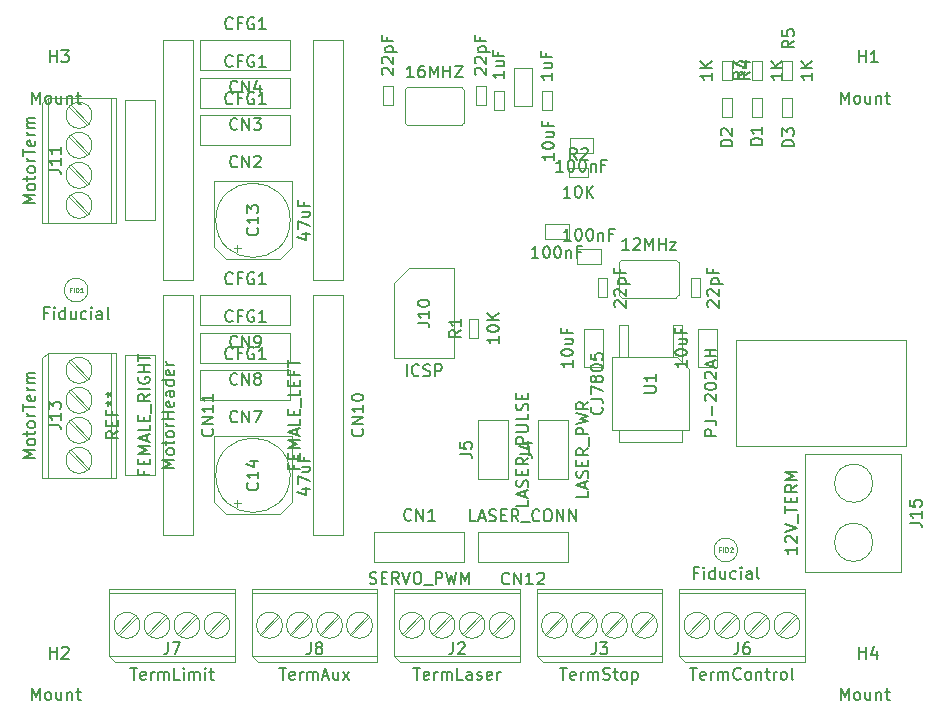
<source format=gbr>
G04 #@! TF.GenerationSoftware,KiCad,Pcbnew,5.1.2-1.fc30*
G04 #@! TF.CreationDate,2019-09-11T07:26:08-04:00*
G04 #@! TF.ProjectId,Platypus,506c6174-7970-4757-932e-6b696361645f,rev?*
G04 #@! TF.SameCoordinates,Original*
G04 #@! TF.FileFunction,Other,Fab,Top*
%FSLAX46Y46*%
G04 Gerber Fmt 4.6, Leading zero omitted, Abs format (unit mm)*
G04 Created by KiCad (PCBNEW 5.1.2-1.fc30) date 2019-09-11 07:26:08*
%MOMM*%
%LPD*%
G04 APERTURE LIST*
%ADD10C,0.100000*%
%ADD11C,0.150000*%
%ADD12C,0.060000*%
G04 APERTURE END LIST*
D10*
X191786000Y-39355000D02*
X191786000Y-38115000D01*
X193786000Y-39355000D02*
X191786000Y-39355000D01*
X193786000Y-38115000D02*
X193786000Y-39355000D01*
X193786000Y-38115000D02*
X191786000Y-38115000D01*
X200801000Y-51638000D02*
X196201000Y-51638000D01*
X196001000Y-51438000D02*
X196001000Y-48638000D01*
X196201000Y-48438000D02*
X200801000Y-48438000D01*
X201001000Y-48638000D02*
X201001000Y-51438000D01*
X196201000Y-48438000D02*
G75*
G02X196001000Y-48638000I-200000J0D01*
G01*
X196001000Y-51438000D02*
G75*
G02X196201000Y-51638000I0J-200000D01*
G01*
X200801000Y-51638000D02*
G75*
G02X201001000Y-51438000I200000J0D01*
G01*
X201001000Y-48638000D02*
G75*
G02X200801000Y-48438000I0J200000D01*
G01*
X194164000Y-51600000D02*
X194164000Y-50000000D01*
X194164000Y-50000000D02*
X194964000Y-50000000D01*
X194964000Y-50000000D02*
X194964000Y-51600000D01*
X194964000Y-51600000D02*
X194164000Y-51600000D01*
X192421000Y-48753000D02*
X194421000Y-48753000D01*
X192421000Y-48753000D02*
X192421000Y-47513000D01*
X192421000Y-47513000D02*
X194421000Y-47513000D01*
X194421000Y-47513000D02*
X194421000Y-48753000D01*
X202838000Y-51600000D02*
X202038000Y-51600000D01*
X202838000Y-50000000D02*
X202838000Y-51600000D01*
X202038000Y-50000000D02*
X202838000Y-50000000D01*
X202038000Y-51600000D02*
X202038000Y-50000000D01*
X186201000Y-34125000D02*
X186201000Y-35725000D01*
X186201000Y-35725000D02*
X185401000Y-35725000D01*
X185401000Y-35725000D02*
X185401000Y-34125000D01*
X185401000Y-34125000D02*
X186201000Y-34125000D01*
X183877000Y-35344000D02*
X183877000Y-33744000D01*
X183877000Y-33744000D02*
X184677000Y-33744000D01*
X184677000Y-33744000D02*
X184677000Y-35344000D01*
X184677000Y-35344000D02*
X183877000Y-35344000D01*
X176003000Y-33744000D02*
X176803000Y-33744000D01*
X176003000Y-35344000D02*
X176003000Y-33744000D01*
X176803000Y-35344000D02*
X176003000Y-35344000D01*
X176803000Y-33744000D02*
X176803000Y-35344000D01*
X191690500Y-45417500D02*
X189690500Y-45417500D01*
X191690500Y-45417500D02*
X191690500Y-46657500D01*
X191690500Y-46657500D02*
X189690500Y-46657500D01*
X189690500Y-46657500D02*
X189690500Y-45417500D01*
X189465000Y-34125000D02*
X190265000Y-34125000D01*
X189465000Y-35725000D02*
X189465000Y-34125000D01*
X190265000Y-35725000D02*
X189465000Y-35725000D01*
X190265000Y-34125000D02*
X190265000Y-35725000D01*
X163328000Y-47474838D02*
X163958000Y-47474838D01*
X163643000Y-47789838D02*
X163643000Y-47159838D01*
X167273000Y-48385000D02*
X168273000Y-47385000D01*
X162673000Y-48385000D02*
X161673000Y-47385000D01*
X162673000Y-48385000D02*
X167273000Y-48385000D01*
X168273000Y-47385000D02*
X168273000Y-41785000D01*
X161673000Y-47385000D02*
X161673000Y-41785000D01*
X161673000Y-41785000D02*
X168273000Y-41785000D01*
X168123000Y-45085000D02*
G75*
G03X168123000Y-45085000I-3150000J0D01*
G01*
X168123000Y-66675000D02*
G75*
G03X168123000Y-66675000I-3150000J0D01*
G01*
X161673000Y-63375000D02*
X168273000Y-63375000D01*
X161673000Y-68975000D02*
X161673000Y-63375000D01*
X168273000Y-68975000D02*
X168273000Y-63375000D01*
X162673000Y-69975000D02*
X167273000Y-69975000D01*
X162673000Y-69975000D02*
X161673000Y-68975000D01*
X167273000Y-69975000D02*
X168273000Y-68975000D01*
X163643000Y-69379838D02*
X163643000Y-68749838D01*
X163328000Y-69064838D02*
X163958000Y-69064838D01*
X175260000Y-74036000D02*
X175260000Y-71496000D01*
X175260000Y-71496000D02*
X182880000Y-71496000D01*
X182880000Y-74041000D02*
X175260000Y-74041000D01*
X182880000Y-71501000D02*
X182880000Y-74041000D01*
X160528000Y-38735000D02*
X160528000Y-36195000D01*
X160528000Y-36195000D02*
X168148000Y-36195000D01*
X168148000Y-38740000D02*
X160528000Y-38740000D01*
X168148000Y-36200000D02*
X168148000Y-38740000D01*
X160528000Y-35560000D02*
X160528000Y-33020000D01*
X160528000Y-33020000D02*
X168148000Y-33020000D01*
X168148000Y-35565000D02*
X160528000Y-35565000D01*
X168148000Y-33025000D02*
X168148000Y-35565000D01*
X168148000Y-29850000D02*
X168148000Y-32390000D01*
X168148000Y-32390000D02*
X160528000Y-32390000D01*
X160528000Y-29845000D02*
X168148000Y-29845000D01*
X160528000Y-32385000D02*
X160528000Y-29845000D01*
X172593000Y-29845000D02*
X172593000Y-50165000D01*
X172593000Y-50165000D02*
X170053000Y-50165000D01*
X170053000Y-29845000D02*
X170053000Y-50165000D01*
X172593000Y-29845000D02*
X170053000Y-29845000D01*
X159893000Y-29845000D02*
X159893000Y-50165000D01*
X159893000Y-50165000D02*
X157353000Y-50165000D01*
X157353000Y-29845000D02*
X157353000Y-50165000D01*
X159893000Y-29845000D02*
X157353000Y-29845000D01*
X168148000Y-57790000D02*
X168148000Y-60330000D01*
X168148000Y-60330000D02*
X160528000Y-60330000D01*
X160528000Y-57785000D02*
X168148000Y-57785000D01*
X160528000Y-60325000D02*
X160528000Y-57785000D01*
X168148000Y-54615000D02*
X168148000Y-57155000D01*
X168148000Y-57155000D02*
X160528000Y-57155000D01*
X160528000Y-54610000D02*
X168148000Y-54610000D01*
X160528000Y-57150000D02*
X160528000Y-54610000D01*
X160528000Y-53975000D02*
X160528000Y-51435000D01*
X160528000Y-51435000D02*
X168148000Y-51435000D01*
X168148000Y-53980000D02*
X160528000Y-53980000D01*
X168148000Y-51440000D02*
X168148000Y-53980000D01*
X172593000Y-51435000D02*
X170053000Y-51435000D01*
X170053000Y-51435000D02*
X170053000Y-71755000D01*
X172593000Y-71755000D02*
X170053000Y-71755000D01*
X172593000Y-51435000D02*
X172593000Y-71755000D01*
X159893000Y-51435000D02*
X157353000Y-51435000D01*
X157353000Y-51435000D02*
X157353000Y-71755000D01*
X159893000Y-71755000D02*
X157353000Y-71755000D01*
X159893000Y-51435000D02*
X159893000Y-71755000D01*
X207245000Y-34760000D02*
X208045000Y-34760000D01*
X207245000Y-36360000D02*
X207245000Y-34760000D01*
X208045000Y-36360000D02*
X207245000Y-36360000D01*
X208045000Y-34760000D02*
X208045000Y-36360000D01*
X205505000Y-34760000D02*
X205505000Y-36360000D01*
X205505000Y-36360000D02*
X204705000Y-36360000D01*
X204705000Y-36360000D02*
X204705000Y-34760000D01*
X204705000Y-34760000D02*
X205505000Y-34760000D01*
X220250000Y-55190000D02*
X220250000Y-64190000D01*
X205850000Y-64190000D02*
X220250000Y-64190000D01*
X205850000Y-55190000D02*
X220250000Y-55190000D01*
X205850000Y-55190000D02*
X205850000Y-64190000D01*
X186756000Y-78540000D02*
X185221000Y-80075000D01*
X186890000Y-78675000D02*
X185355000Y-80210000D01*
X184216000Y-78540000D02*
X182681000Y-80075000D01*
X184350000Y-78675000D02*
X182815000Y-80210000D01*
X181676000Y-78540000D02*
X180141000Y-80075000D01*
X181810000Y-78675000D02*
X180275000Y-80210000D01*
X179136000Y-78540000D02*
X177600000Y-80075000D01*
X179270000Y-78675000D02*
X177734000Y-80210000D01*
X176935000Y-76675000D02*
X187555000Y-76675000D01*
X176935000Y-81975000D02*
X187555000Y-81975000D01*
X176935000Y-81975000D02*
X176935000Y-76275000D01*
X177435000Y-82475000D02*
X176935000Y-81975000D01*
X187555000Y-82475000D02*
X177435000Y-82475000D01*
X187555000Y-76275000D02*
X187555000Y-82475000D01*
X176935000Y-76275000D02*
X187555000Y-76275000D01*
X187155000Y-79375000D02*
G75*
G03X187155000Y-79375000I-1100000J0D01*
G01*
X184615000Y-79375000D02*
G75*
G03X184615000Y-79375000I-1100000J0D01*
G01*
X182075000Y-79375000D02*
G75*
G03X182075000Y-79375000I-1100000J0D01*
G01*
X179535000Y-79375000D02*
G75*
G03X179535000Y-79375000I-1100000J0D01*
G01*
X191600000Y-79375000D02*
G75*
G03X191600000Y-79375000I-1100000J0D01*
G01*
X194140000Y-79375000D02*
G75*
G03X194140000Y-79375000I-1100000J0D01*
G01*
X196680000Y-79375000D02*
G75*
G03X196680000Y-79375000I-1100000J0D01*
G01*
X199220000Y-79375000D02*
G75*
G03X199220000Y-79375000I-1100000J0D01*
G01*
X189000000Y-76275000D02*
X199620000Y-76275000D01*
X199620000Y-76275000D02*
X199620000Y-82475000D01*
X199620000Y-82475000D02*
X189500000Y-82475000D01*
X189500000Y-82475000D02*
X189000000Y-81975000D01*
X189000000Y-81975000D02*
X189000000Y-76275000D01*
X189000000Y-81975000D02*
X199620000Y-81975000D01*
X189000000Y-76675000D02*
X199620000Y-76675000D01*
X191335000Y-78675000D02*
X189799000Y-80210000D01*
X191201000Y-78540000D02*
X189665000Y-80075000D01*
X193875000Y-78675000D02*
X192340000Y-80210000D01*
X193741000Y-78540000D02*
X192206000Y-80075000D01*
X196415000Y-78675000D02*
X194880000Y-80210000D01*
X196281000Y-78540000D02*
X194746000Y-80075000D01*
X198955000Y-78675000D02*
X197420000Y-80210000D01*
X198821000Y-78540000D02*
X197286000Y-80075000D01*
X191623000Y-67016000D02*
X189123000Y-67016000D01*
X191623000Y-62016000D02*
X191623000Y-67016000D01*
X189123000Y-62016000D02*
X189123000Y-67016000D01*
X191623000Y-62016000D02*
X189123000Y-62016000D01*
X186543000Y-62016000D02*
X184043000Y-62016000D01*
X184043000Y-62016000D02*
X184043000Y-67016000D01*
X186543000Y-62016000D02*
X186543000Y-67016000D01*
X186543000Y-67016000D02*
X184043000Y-67016000D01*
X210886000Y-78540000D02*
X209351000Y-80075000D01*
X211020000Y-78675000D02*
X209485000Y-80210000D01*
X208346000Y-78540000D02*
X206811000Y-80075000D01*
X208480000Y-78675000D02*
X206945000Y-80210000D01*
X205806000Y-78540000D02*
X204271000Y-80075000D01*
X205940000Y-78675000D02*
X204405000Y-80210000D01*
X203266000Y-78540000D02*
X201730000Y-80075000D01*
X203400000Y-78675000D02*
X201864000Y-80210000D01*
X201065000Y-76675000D02*
X211685000Y-76675000D01*
X201065000Y-81975000D02*
X211685000Y-81975000D01*
X201065000Y-81975000D02*
X201065000Y-76275000D01*
X201565000Y-82475000D02*
X201065000Y-81975000D01*
X211685000Y-82475000D02*
X201565000Y-82475000D01*
X211685000Y-76275000D02*
X211685000Y-82475000D01*
X201065000Y-76275000D02*
X211685000Y-76275000D01*
X211285000Y-79375000D02*
G75*
G03X211285000Y-79375000I-1100000J0D01*
G01*
X208745000Y-79375000D02*
G75*
G03X208745000Y-79375000I-1100000J0D01*
G01*
X206205000Y-79375000D02*
G75*
G03X206205000Y-79375000I-1100000J0D01*
G01*
X203665000Y-79375000D02*
G75*
G03X203665000Y-79375000I-1100000J0D01*
G01*
X155405000Y-79375000D02*
G75*
G03X155405000Y-79375000I-1100000J0D01*
G01*
X157945000Y-79375000D02*
G75*
G03X157945000Y-79375000I-1100000J0D01*
G01*
X160485000Y-79375000D02*
G75*
G03X160485000Y-79375000I-1100000J0D01*
G01*
X163025000Y-79375000D02*
G75*
G03X163025000Y-79375000I-1100000J0D01*
G01*
X152805000Y-76275000D02*
X163425000Y-76275000D01*
X163425000Y-76275000D02*
X163425000Y-82475000D01*
X163425000Y-82475000D02*
X153305000Y-82475000D01*
X153305000Y-82475000D02*
X152805000Y-81975000D01*
X152805000Y-81975000D02*
X152805000Y-76275000D01*
X152805000Y-81975000D02*
X163425000Y-81975000D01*
X152805000Y-76675000D02*
X163425000Y-76675000D01*
X155140000Y-78675000D02*
X153604000Y-80210000D01*
X155006000Y-78540000D02*
X153470000Y-80075000D01*
X157680000Y-78675000D02*
X156145000Y-80210000D01*
X157546000Y-78540000D02*
X156011000Y-80075000D01*
X160220000Y-78675000D02*
X158685000Y-80210000D01*
X160086000Y-78540000D02*
X158551000Y-80075000D01*
X162760000Y-78675000D02*
X161225000Y-80210000D01*
X162626000Y-78540000D02*
X161091000Y-80075000D01*
X174691000Y-78540000D02*
X173156000Y-80075000D01*
X174825000Y-78675000D02*
X173290000Y-80210000D01*
X172151000Y-78540000D02*
X170616000Y-80075000D01*
X172285000Y-78675000D02*
X170750000Y-80210000D01*
X169611000Y-78540000D02*
X168076000Y-80075000D01*
X169745000Y-78675000D02*
X168210000Y-80210000D01*
X167071000Y-78540000D02*
X165535000Y-80075000D01*
X167205000Y-78675000D02*
X165669000Y-80210000D01*
X164870000Y-76675000D02*
X175490000Y-76675000D01*
X164870000Y-81975000D02*
X175490000Y-81975000D01*
X164870000Y-81975000D02*
X164870000Y-76275000D01*
X165370000Y-82475000D02*
X164870000Y-81975000D01*
X175490000Y-82475000D02*
X165370000Y-82475000D01*
X175490000Y-76275000D02*
X175490000Y-82475000D01*
X164870000Y-76275000D02*
X175490000Y-76275000D01*
X175090000Y-79375000D02*
G75*
G03X175090000Y-79375000I-1100000J0D01*
G01*
X172550000Y-79375000D02*
G75*
G03X172550000Y-79375000I-1100000J0D01*
G01*
X170010000Y-79375000D02*
G75*
G03X170010000Y-79375000I-1100000J0D01*
G01*
X167470000Y-79375000D02*
G75*
G03X167470000Y-79375000I-1100000J0D01*
G01*
X178181000Y-49149000D02*
X181991000Y-49149000D01*
X181991000Y-49149000D02*
X181991000Y-56769000D01*
X181991000Y-56769000D02*
X176911000Y-56769000D01*
X176911000Y-56769000D02*
X176911000Y-50419000D01*
X176911000Y-50419000D02*
X178181000Y-49149000D01*
X151341000Y-36195000D02*
G75*
G03X151341000Y-36195000I-1100000J0D01*
G01*
X151341000Y-38735000D02*
G75*
G03X151341000Y-38735000I-1100000J0D01*
G01*
X151341000Y-41275000D02*
G75*
G03X151341000Y-41275000I-1100000J0D01*
G01*
X151341000Y-43815000D02*
G75*
G03X151341000Y-43815000I-1100000J0D01*
G01*
X153341000Y-34695000D02*
X153341000Y-45315000D01*
X153341000Y-45315000D02*
X147141000Y-45315000D01*
X147141000Y-45315000D02*
X147141000Y-35195000D01*
X147141000Y-35195000D02*
X147641000Y-34695000D01*
X147641000Y-34695000D02*
X153341000Y-34695000D01*
X147641000Y-34695000D02*
X147641000Y-45315000D01*
X152941000Y-34695000D02*
X152941000Y-45315000D01*
X150941000Y-37030000D02*
X149406000Y-35494000D01*
X151076000Y-36896000D02*
X149541000Y-35360000D01*
X150941000Y-39570000D02*
X149406000Y-38035000D01*
X151076000Y-39436000D02*
X149541000Y-37901000D01*
X150941000Y-42110000D02*
X149406000Y-40575000D01*
X151076000Y-41976000D02*
X149541000Y-40441000D01*
X150941000Y-44650000D02*
X149406000Y-43115000D01*
X151076000Y-44516000D02*
X149541000Y-42981000D01*
X156718000Y-45085000D02*
X154178000Y-45085000D01*
X154178000Y-45085000D02*
X154178000Y-34925000D01*
X156718000Y-34925000D02*
X156718000Y-45085000D01*
X154178000Y-34925000D02*
X156718000Y-34925000D01*
X151341000Y-57785000D02*
G75*
G03X151341000Y-57785000I-1100000J0D01*
G01*
X151341000Y-60325000D02*
G75*
G03X151341000Y-60325000I-1100000J0D01*
G01*
X151341000Y-62865000D02*
G75*
G03X151341000Y-62865000I-1100000J0D01*
G01*
X151341000Y-65405000D02*
G75*
G03X151341000Y-65405000I-1100000J0D01*
G01*
X153341000Y-56285000D02*
X153341000Y-66905000D01*
X153341000Y-66905000D02*
X147141000Y-66905000D01*
X147141000Y-66905000D02*
X147141000Y-56785000D01*
X147141000Y-56785000D02*
X147641000Y-56285000D01*
X147641000Y-56285000D02*
X153341000Y-56285000D01*
X147641000Y-56285000D02*
X147641000Y-66905000D01*
X152941000Y-56285000D02*
X152941000Y-66905000D01*
X150941000Y-58620000D02*
X149406000Y-57084000D01*
X151076000Y-58486000D02*
X149541000Y-56950000D01*
X150941000Y-61160000D02*
X149406000Y-59625000D01*
X151076000Y-61026000D02*
X149541000Y-59491000D01*
X150941000Y-63700000D02*
X149406000Y-62165000D01*
X151076000Y-63566000D02*
X149541000Y-62031000D01*
X150941000Y-66240000D02*
X149406000Y-64705000D01*
X151076000Y-66106000D02*
X149541000Y-64571000D01*
X154178000Y-56515000D02*
X156718000Y-56515000D01*
X156718000Y-56515000D02*
X156718000Y-66675000D01*
X154178000Y-66675000D02*
X154178000Y-56515000D01*
X156718000Y-66675000D02*
X154178000Y-66675000D01*
X183242000Y-55029000D02*
X183242000Y-53429000D01*
X183242000Y-53429000D02*
X184042000Y-53429000D01*
X184042000Y-53429000D02*
X184042000Y-55029000D01*
X184042000Y-55029000D02*
X183242000Y-55029000D01*
X191732000Y-41421000D02*
X191732000Y-40621000D01*
X193332000Y-41421000D02*
X191732000Y-41421000D01*
X193332000Y-40621000D02*
X193332000Y-41421000D01*
X191732000Y-40621000D02*
X193332000Y-40621000D01*
X201328000Y-62878000D02*
X201328000Y-63878000D01*
X201328000Y-63878000D02*
X195928000Y-63878000D01*
X195928000Y-63878000D02*
X195928000Y-62878000D01*
X201878000Y-62878000D02*
X195378000Y-62878000D01*
X195378000Y-62878000D02*
X195378000Y-56658000D01*
X195378000Y-56658000D02*
X200878000Y-56658000D01*
X200878000Y-56658000D02*
X201878000Y-57658000D01*
X201878000Y-57658000D02*
X201878000Y-62878000D01*
X201283000Y-57063000D02*
X201283000Y-53958000D01*
X201283000Y-53958000D02*
X200533000Y-53958000D01*
X200533000Y-53958000D02*
X200533000Y-56658000D01*
X196723000Y-56658000D02*
X196723000Y-53958000D01*
X196723000Y-53958000D02*
X195973000Y-53958000D01*
X195973000Y-53958000D02*
X195973000Y-56658000D01*
X182840000Y-34033000D02*
G75*
G02X182640000Y-33833000I0J200000D01*
G01*
X182640000Y-37033000D02*
G75*
G02X182840000Y-36833000I200000J0D01*
G01*
X177840000Y-36833000D02*
G75*
G02X178040000Y-37033000I0J-200000D01*
G01*
X178040000Y-33833000D02*
G75*
G02X177840000Y-34033000I-200000J0D01*
G01*
X182840000Y-34033000D02*
X182840000Y-36833000D01*
X178040000Y-33833000D02*
X182640000Y-33833000D01*
X177840000Y-36833000D02*
X177840000Y-34033000D01*
X182640000Y-37033000D02*
X178040000Y-37033000D01*
X151000000Y-51000000D02*
G75*
G03X151000000Y-51000000I-1000000J0D01*
G01*
X206000000Y-73000000D02*
G75*
G03X206000000Y-73000000I-1000000J0D01*
G01*
X210585000Y-34760000D02*
X210585000Y-36360000D01*
X210585000Y-36360000D02*
X209785000Y-36360000D01*
X209785000Y-36360000D02*
X209785000Y-34760000D01*
X209785000Y-34760000D02*
X210585000Y-34760000D01*
X209785000Y-33185000D02*
X209785000Y-31585000D01*
X209785000Y-31585000D02*
X210585000Y-31585000D01*
X210585000Y-31585000D02*
X210585000Y-33185000D01*
X210585000Y-33185000D02*
X209785000Y-33185000D01*
X211673000Y-74850000D02*
X219873000Y-74850000D01*
X219873000Y-74850000D02*
X219873000Y-64850000D01*
X211673000Y-64850000D02*
X219873000Y-64850000D01*
X211673000Y-74850000D02*
X211673000Y-64850000D01*
X217439446Y-67350000D02*
G75*
G03X217439446Y-67350000I-1616446J0D01*
G01*
X217439446Y-72350000D02*
G75*
G03X217439446Y-72350000I-1616446J0D01*
G01*
X202654000Y-54280000D02*
X204254000Y-54280000D01*
X202654000Y-57480000D02*
X202654000Y-54280000D01*
X204254000Y-57480000D02*
X202654000Y-57480000D01*
X204254000Y-54280000D02*
X204254000Y-57480000D01*
X194602000Y-54280000D02*
X194602000Y-57480000D01*
X194602000Y-57480000D02*
X193002000Y-57480000D01*
X193002000Y-57480000D02*
X193002000Y-54280000D01*
X193002000Y-54280000D02*
X194602000Y-54280000D01*
X187033000Y-35382000D02*
X187033000Y-32182000D01*
X187033000Y-32182000D02*
X188633000Y-32182000D01*
X188633000Y-32182000D02*
X188633000Y-35382000D01*
X188633000Y-35382000D02*
X187033000Y-35382000D01*
X207245000Y-33185000D02*
X207245000Y-31585000D01*
X207245000Y-31585000D02*
X208045000Y-31585000D01*
X208045000Y-31585000D02*
X208045000Y-33185000D01*
X208045000Y-33185000D02*
X207245000Y-33185000D01*
X204705000Y-31585000D02*
X205505000Y-31585000D01*
X204705000Y-33185000D02*
X204705000Y-31585000D01*
X205505000Y-33185000D02*
X204705000Y-33185000D01*
X205505000Y-31585000D02*
X205505000Y-33185000D01*
X191643000Y-71506000D02*
X191643000Y-74046000D01*
X191643000Y-74046000D02*
X184023000Y-74046000D01*
X184023000Y-71501000D02*
X191643000Y-71501000D01*
X184023000Y-74041000D02*
X184023000Y-71501000D01*
D11*
X191238380Y-40965380D02*
X190666952Y-40965380D01*
X190952666Y-40965380D02*
X190952666Y-39965380D01*
X190857428Y-40108238D01*
X190762190Y-40203476D01*
X190666952Y-40251095D01*
X191857428Y-39965380D02*
X191952666Y-39965380D01*
X192047904Y-40013000D01*
X192095523Y-40060619D01*
X192143142Y-40155857D01*
X192190761Y-40346333D01*
X192190761Y-40584428D01*
X192143142Y-40774904D01*
X192095523Y-40870142D01*
X192047904Y-40917761D01*
X191952666Y-40965380D01*
X191857428Y-40965380D01*
X191762190Y-40917761D01*
X191714571Y-40870142D01*
X191666952Y-40774904D01*
X191619333Y-40584428D01*
X191619333Y-40346333D01*
X191666952Y-40155857D01*
X191714571Y-40060619D01*
X191762190Y-40013000D01*
X191857428Y-39965380D01*
X192809809Y-39965380D02*
X192905047Y-39965380D01*
X193000285Y-40013000D01*
X193047904Y-40060619D01*
X193095523Y-40155857D01*
X193143142Y-40346333D01*
X193143142Y-40584428D01*
X193095523Y-40774904D01*
X193047904Y-40870142D01*
X193000285Y-40917761D01*
X192905047Y-40965380D01*
X192809809Y-40965380D01*
X192714571Y-40917761D01*
X192666952Y-40870142D01*
X192619333Y-40774904D01*
X192571714Y-40584428D01*
X192571714Y-40346333D01*
X192619333Y-40155857D01*
X192666952Y-40060619D01*
X192714571Y-40013000D01*
X192809809Y-39965380D01*
X193571714Y-40298714D02*
X193571714Y-40965380D01*
X193571714Y-40393952D02*
X193619333Y-40346333D01*
X193714571Y-40298714D01*
X193857428Y-40298714D01*
X193952666Y-40346333D01*
X194000285Y-40441571D01*
X194000285Y-40965380D01*
X194809809Y-40441571D02*
X194476476Y-40441571D01*
X194476476Y-40965380D02*
X194476476Y-39965380D01*
X194952666Y-39965380D01*
X196810523Y-47590380D02*
X196239095Y-47590380D01*
X196524809Y-47590380D02*
X196524809Y-46590380D01*
X196429571Y-46733238D01*
X196334333Y-46828476D01*
X196239095Y-46876095D01*
X197191476Y-46685619D02*
X197239095Y-46638000D01*
X197334333Y-46590380D01*
X197572428Y-46590380D01*
X197667666Y-46638000D01*
X197715285Y-46685619D01*
X197762904Y-46780857D01*
X197762904Y-46876095D01*
X197715285Y-47018952D01*
X197143857Y-47590380D01*
X197762904Y-47590380D01*
X198191476Y-47590380D02*
X198191476Y-46590380D01*
X198524809Y-47304666D01*
X198858142Y-46590380D01*
X198858142Y-47590380D01*
X199334333Y-47590380D02*
X199334333Y-46590380D01*
X199334333Y-47066571D02*
X199905761Y-47066571D01*
X199905761Y-47590380D02*
X199905761Y-46590380D01*
X200286714Y-46923714D02*
X200810523Y-46923714D01*
X200286714Y-47590380D01*
X200810523Y-47590380D01*
X195651619Y-52442857D02*
X195604000Y-52395238D01*
X195556380Y-52300000D01*
X195556380Y-52061904D01*
X195604000Y-51966666D01*
X195651619Y-51919047D01*
X195746857Y-51871428D01*
X195842095Y-51871428D01*
X195984952Y-51919047D01*
X196556380Y-52490476D01*
X196556380Y-51871428D01*
X195651619Y-51490476D02*
X195604000Y-51442857D01*
X195556380Y-51347619D01*
X195556380Y-51109523D01*
X195604000Y-51014285D01*
X195651619Y-50966666D01*
X195746857Y-50919047D01*
X195842095Y-50919047D01*
X195984952Y-50966666D01*
X196556380Y-51538095D01*
X196556380Y-50919047D01*
X195889714Y-50490476D02*
X196889714Y-50490476D01*
X195937333Y-50490476D02*
X195889714Y-50395238D01*
X195889714Y-50204761D01*
X195937333Y-50109523D01*
X195984952Y-50061904D01*
X196080190Y-50014285D01*
X196365904Y-50014285D01*
X196461142Y-50061904D01*
X196508761Y-50109523D01*
X196556380Y-50204761D01*
X196556380Y-50395238D01*
X196508761Y-50490476D01*
X196032571Y-49252380D02*
X196032571Y-49585714D01*
X196556380Y-49585714D02*
X195556380Y-49585714D01*
X195556380Y-49109523D01*
X191873380Y-46807380D02*
X191301952Y-46807380D01*
X191587666Y-46807380D02*
X191587666Y-45807380D01*
X191492428Y-45950238D01*
X191397190Y-46045476D01*
X191301952Y-46093095D01*
X192492428Y-45807380D02*
X192587666Y-45807380D01*
X192682904Y-45855000D01*
X192730523Y-45902619D01*
X192778142Y-45997857D01*
X192825761Y-46188333D01*
X192825761Y-46426428D01*
X192778142Y-46616904D01*
X192730523Y-46712142D01*
X192682904Y-46759761D01*
X192587666Y-46807380D01*
X192492428Y-46807380D01*
X192397190Y-46759761D01*
X192349571Y-46712142D01*
X192301952Y-46616904D01*
X192254333Y-46426428D01*
X192254333Y-46188333D01*
X192301952Y-45997857D01*
X192349571Y-45902619D01*
X192397190Y-45855000D01*
X192492428Y-45807380D01*
X193444809Y-45807380D02*
X193540047Y-45807380D01*
X193635285Y-45855000D01*
X193682904Y-45902619D01*
X193730523Y-45997857D01*
X193778142Y-46188333D01*
X193778142Y-46426428D01*
X193730523Y-46616904D01*
X193682904Y-46712142D01*
X193635285Y-46759761D01*
X193540047Y-46807380D01*
X193444809Y-46807380D01*
X193349571Y-46759761D01*
X193301952Y-46712142D01*
X193254333Y-46616904D01*
X193206714Y-46426428D01*
X193206714Y-46188333D01*
X193254333Y-45997857D01*
X193301952Y-45902619D01*
X193349571Y-45855000D01*
X193444809Y-45807380D01*
X194206714Y-46140714D02*
X194206714Y-46807380D01*
X194206714Y-46235952D02*
X194254333Y-46188333D01*
X194349571Y-46140714D01*
X194492428Y-46140714D01*
X194587666Y-46188333D01*
X194635285Y-46283571D01*
X194635285Y-46807380D01*
X195444809Y-46283571D02*
X195111476Y-46283571D01*
X195111476Y-46807380D02*
X195111476Y-45807380D01*
X195587666Y-45807380D01*
X203525619Y-52442857D02*
X203478000Y-52395238D01*
X203430380Y-52300000D01*
X203430380Y-52061904D01*
X203478000Y-51966666D01*
X203525619Y-51919047D01*
X203620857Y-51871428D01*
X203716095Y-51871428D01*
X203858952Y-51919047D01*
X204430380Y-52490476D01*
X204430380Y-51871428D01*
X203525619Y-51490476D02*
X203478000Y-51442857D01*
X203430380Y-51347619D01*
X203430380Y-51109523D01*
X203478000Y-51014285D01*
X203525619Y-50966666D01*
X203620857Y-50919047D01*
X203716095Y-50919047D01*
X203858952Y-50966666D01*
X204430380Y-51538095D01*
X204430380Y-50919047D01*
X203763714Y-50490476D02*
X204763714Y-50490476D01*
X203811333Y-50490476D02*
X203763714Y-50395238D01*
X203763714Y-50204761D01*
X203811333Y-50109523D01*
X203858952Y-50061904D01*
X203954190Y-50014285D01*
X204239904Y-50014285D01*
X204335142Y-50061904D01*
X204382761Y-50109523D01*
X204430380Y-50204761D01*
X204430380Y-50395238D01*
X204382761Y-50490476D01*
X203906571Y-49252380D02*
X203906571Y-49585714D01*
X204430380Y-49585714D02*
X203430380Y-49585714D01*
X203430380Y-49109523D01*
X186253380Y-32472238D02*
X186253380Y-33043666D01*
X186253380Y-32757952D02*
X185253380Y-32757952D01*
X185396238Y-32853190D01*
X185491476Y-32948428D01*
X185539095Y-33043666D01*
X185586714Y-31615095D02*
X186253380Y-31615095D01*
X185586714Y-32043666D02*
X186110523Y-32043666D01*
X186205761Y-31996047D01*
X186253380Y-31900809D01*
X186253380Y-31757952D01*
X186205761Y-31662714D01*
X186158142Y-31615095D01*
X185729571Y-30805571D02*
X185729571Y-31138904D01*
X186253380Y-31138904D02*
X185253380Y-31138904D01*
X185253380Y-30662714D01*
X183824619Y-32757857D02*
X183777000Y-32710238D01*
X183729380Y-32615000D01*
X183729380Y-32376904D01*
X183777000Y-32281666D01*
X183824619Y-32234047D01*
X183919857Y-32186428D01*
X184015095Y-32186428D01*
X184157952Y-32234047D01*
X184729380Y-32805476D01*
X184729380Y-32186428D01*
X183824619Y-31805476D02*
X183777000Y-31757857D01*
X183729380Y-31662619D01*
X183729380Y-31424523D01*
X183777000Y-31329285D01*
X183824619Y-31281666D01*
X183919857Y-31234047D01*
X184015095Y-31234047D01*
X184157952Y-31281666D01*
X184729380Y-31853095D01*
X184729380Y-31234047D01*
X184062714Y-30805476D02*
X185062714Y-30805476D01*
X184110333Y-30805476D02*
X184062714Y-30710238D01*
X184062714Y-30519761D01*
X184110333Y-30424523D01*
X184157952Y-30376904D01*
X184253190Y-30329285D01*
X184538904Y-30329285D01*
X184634142Y-30376904D01*
X184681761Y-30424523D01*
X184729380Y-30519761D01*
X184729380Y-30710238D01*
X184681761Y-30805476D01*
X184205571Y-29567380D02*
X184205571Y-29900714D01*
X184729380Y-29900714D02*
X183729380Y-29900714D01*
X183729380Y-29424523D01*
X175950619Y-32757857D02*
X175903000Y-32710238D01*
X175855380Y-32615000D01*
X175855380Y-32376904D01*
X175903000Y-32281666D01*
X175950619Y-32234047D01*
X176045857Y-32186428D01*
X176141095Y-32186428D01*
X176283952Y-32234047D01*
X176855380Y-32805476D01*
X176855380Y-32186428D01*
X175950619Y-31805476D02*
X175903000Y-31757857D01*
X175855380Y-31662619D01*
X175855380Y-31424523D01*
X175903000Y-31329285D01*
X175950619Y-31281666D01*
X176045857Y-31234047D01*
X176141095Y-31234047D01*
X176283952Y-31281666D01*
X176855380Y-31853095D01*
X176855380Y-31234047D01*
X176188714Y-30805476D02*
X177188714Y-30805476D01*
X176236333Y-30805476D02*
X176188714Y-30710238D01*
X176188714Y-30519761D01*
X176236333Y-30424523D01*
X176283952Y-30376904D01*
X176379190Y-30329285D01*
X176664904Y-30329285D01*
X176760142Y-30376904D01*
X176807761Y-30424523D01*
X176855380Y-30519761D01*
X176855380Y-30710238D01*
X176807761Y-30805476D01*
X176331571Y-29567380D02*
X176331571Y-29900714D01*
X176855380Y-29900714D02*
X175855380Y-29900714D01*
X175855380Y-29424523D01*
X189142880Y-48267880D02*
X188571452Y-48267880D01*
X188857166Y-48267880D02*
X188857166Y-47267880D01*
X188761928Y-47410738D01*
X188666690Y-47505976D01*
X188571452Y-47553595D01*
X189761928Y-47267880D02*
X189857166Y-47267880D01*
X189952404Y-47315500D01*
X190000023Y-47363119D01*
X190047642Y-47458357D01*
X190095261Y-47648833D01*
X190095261Y-47886928D01*
X190047642Y-48077404D01*
X190000023Y-48172642D01*
X189952404Y-48220261D01*
X189857166Y-48267880D01*
X189761928Y-48267880D01*
X189666690Y-48220261D01*
X189619071Y-48172642D01*
X189571452Y-48077404D01*
X189523833Y-47886928D01*
X189523833Y-47648833D01*
X189571452Y-47458357D01*
X189619071Y-47363119D01*
X189666690Y-47315500D01*
X189761928Y-47267880D01*
X190714309Y-47267880D02*
X190809547Y-47267880D01*
X190904785Y-47315500D01*
X190952404Y-47363119D01*
X191000023Y-47458357D01*
X191047642Y-47648833D01*
X191047642Y-47886928D01*
X191000023Y-48077404D01*
X190952404Y-48172642D01*
X190904785Y-48220261D01*
X190809547Y-48267880D01*
X190714309Y-48267880D01*
X190619071Y-48220261D01*
X190571452Y-48172642D01*
X190523833Y-48077404D01*
X190476214Y-47886928D01*
X190476214Y-47648833D01*
X190523833Y-47458357D01*
X190571452Y-47363119D01*
X190619071Y-47315500D01*
X190714309Y-47267880D01*
X191476214Y-47601214D02*
X191476214Y-48267880D01*
X191476214Y-47696452D02*
X191523833Y-47648833D01*
X191619071Y-47601214D01*
X191761928Y-47601214D01*
X191857166Y-47648833D01*
X191904785Y-47744071D01*
X191904785Y-48267880D01*
X192714309Y-47744071D02*
X192380976Y-47744071D01*
X192380976Y-48267880D02*
X192380976Y-47267880D01*
X192857166Y-47267880D01*
X190317380Y-32599238D02*
X190317380Y-33170666D01*
X190317380Y-32884952D02*
X189317380Y-32884952D01*
X189460238Y-32980190D01*
X189555476Y-33075428D01*
X189603095Y-33170666D01*
X189650714Y-31742095D02*
X190317380Y-31742095D01*
X189650714Y-32170666D02*
X190174523Y-32170666D01*
X190269761Y-32123047D01*
X190317380Y-32027809D01*
X190317380Y-31884952D01*
X190269761Y-31789714D01*
X190222142Y-31742095D01*
X189793571Y-30932571D02*
X189793571Y-31265904D01*
X190317380Y-31265904D02*
X189317380Y-31265904D01*
X189317380Y-30789714D01*
X169108714Y-46251666D02*
X169775380Y-46251666D01*
X168727761Y-46489761D02*
X169442047Y-46727857D01*
X169442047Y-46108809D01*
X168775380Y-45823095D02*
X168775380Y-45156428D01*
X169775380Y-45585000D01*
X169108714Y-44346904D02*
X169775380Y-44346904D01*
X169108714Y-44775476D02*
X169632523Y-44775476D01*
X169727761Y-44727857D01*
X169775380Y-44632619D01*
X169775380Y-44489761D01*
X169727761Y-44394523D01*
X169680142Y-44346904D01*
X169251571Y-43537380D02*
X169251571Y-43870714D01*
X169775380Y-43870714D02*
X168775380Y-43870714D01*
X168775380Y-43394523D01*
X165330142Y-45727857D02*
X165377761Y-45775476D01*
X165425380Y-45918333D01*
X165425380Y-46013571D01*
X165377761Y-46156428D01*
X165282523Y-46251666D01*
X165187285Y-46299285D01*
X164996809Y-46346904D01*
X164853952Y-46346904D01*
X164663476Y-46299285D01*
X164568238Y-46251666D01*
X164473000Y-46156428D01*
X164425380Y-46013571D01*
X164425380Y-45918333D01*
X164473000Y-45775476D01*
X164520619Y-45727857D01*
X165425380Y-44775476D02*
X165425380Y-45346904D01*
X165425380Y-45061190D02*
X164425380Y-45061190D01*
X164568238Y-45156428D01*
X164663476Y-45251666D01*
X164711095Y-45346904D01*
X164425380Y-44442142D02*
X164425380Y-43823095D01*
X164806333Y-44156428D01*
X164806333Y-44013571D01*
X164853952Y-43918333D01*
X164901571Y-43870714D01*
X164996809Y-43823095D01*
X165234904Y-43823095D01*
X165330142Y-43870714D01*
X165377761Y-43918333D01*
X165425380Y-44013571D01*
X165425380Y-44299285D01*
X165377761Y-44394523D01*
X165330142Y-44442142D01*
X169108714Y-67841666D02*
X169775380Y-67841666D01*
X168727761Y-68079761D02*
X169442047Y-68317857D01*
X169442047Y-67698809D01*
X168775380Y-67413095D02*
X168775380Y-66746428D01*
X169775380Y-67175000D01*
X169108714Y-65936904D02*
X169775380Y-65936904D01*
X169108714Y-66365476D02*
X169632523Y-66365476D01*
X169727761Y-66317857D01*
X169775380Y-66222619D01*
X169775380Y-66079761D01*
X169727761Y-65984523D01*
X169680142Y-65936904D01*
X169251571Y-65127380D02*
X169251571Y-65460714D01*
X169775380Y-65460714D02*
X168775380Y-65460714D01*
X168775380Y-64984523D01*
X165330142Y-67317857D02*
X165377761Y-67365476D01*
X165425380Y-67508333D01*
X165425380Y-67603571D01*
X165377761Y-67746428D01*
X165282523Y-67841666D01*
X165187285Y-67889285D01*
X164996809Y-67936904D01*
X164853952Y-67936904D01*
X164663476Y-67889285D01*
X164568238Y-67841666D01*
X164473000Y-67746428D01*
X164425380Y-67603571D01*
X164425380Y-67508333D01*
X164473000Y-67365476D01*
X164520619Y-67317857D01*
X165425380Y-66365476D02*
X165425380Y-66936904D01*
X165425380Y-66651190D02*
X164425380Y-66651190D01*
X164568238Y-66746428D01*
X164663476Y-66841666D01*
X164711095Y-66936904D01*
X164758714Y-65508333D02*
X165425380Y-65508333D01*
X164377761Y-65746428D02*
X165092047Y-65984523D01*
X165092047Y-65365476D01*
X174855714Y-75825761D02*
X174998571Y-75873380D01*
X175236666Y-75873380D01*
X175331904Y-75825761D01*
X175379523Y-75778142D01*
X175427142Y-75682904D01*
X175427142Y-75587666D01*
X175379523Y-75492428D01*
X175331904Y-75444809D01*
X175236666Y-75397190D01*
X175046190Y-75349571D01*
X174950952Y-75301952D01*
X174903333Y-75254333D01*
X174855714Y-75159095D01*
X174855714Y-75063857D01*
X174903333Y-74968619D01*
X174950952Y-74921000D01*
X175046190Y-74873380D01*
X175284285Y-74873380D01*
X175427142Y-74921000D01*
X175855714Y-75349571D02*
X176189047Y-75349571D01*
X176331904Y-75873380D02*
X175855714Y-75873380D01*
X175855714Y-74873380D01*
X176331904Y-74873380D01*
X177331904Y-75873380D02*
X176998571Y-75397190D01*
X176760476Y-75873380D02*
X176760476Y-74873380D01*
X177141428Y-74873380D01*
X177236666Y-74921000D01*
X177284285Y-74968619D01*
X177331904Y-75063857D01*
X177331904Y-75206714D01*
X177284285Y-75301952D01*
X177236666Y-75349571D01*
X177141428Y-75397190D01*
X176760476Y-75397190D01*
X177617619Y-74873380D02*
X177950952Y-75873380D01*
X178284285Y-74873380D01*
X178808095Y-74873380D02*
X178998571Y-74873380D01*
X179093809Y-74921000D01*
X179189047Y-75016238D01*
X179236666Y-75206714D01*
X179236666Y-75540047D01*
X179189047Y-75730523D01*
X179093809Y-75825761D01*
X178998571Y-75873380D01*
X178808095Y-75873380D01*
X178712857Y-75825761D01*
X178617619Y-75730523D01*
X178570000Y-75540047D01*
X178570000Y-75206714D01*
X178617619Y-75016238D01*
X178712857Y-74921000D01*
X178808095Y-74873380D01*
X179427142Y-75968619D02*
X180189047Y-75968619D01*
X180427142Y-75873380D02*
X180427142Y-74873380D01*
X180808095Y-74873380D01*
X180903333Y-74921000D01*
X180950952Y-74968619D01*
X180998571Y-75063857D01*
X180998571Y-75206714D01*
X180950952Y-75301952D01*
X180903333Y-75349571D01*
X180808095Y-75397190D01*
X180427142Y-75397190D01*
X181331904Y-74873380D02*
X181570000Y-75873380D01*
X181760476Y-75159095D01*
X181950952Y-75873380D01*
X182189047Y-74873380D01*
X182570000Y-75873380D02*
X182570000Y-74873380D01*
X182903333Y-75587666D01*
X183236666Y-74873380D01*
X183236666Y-75873380D01*
X178379523Y-70428142D02*
X178331904Y-70475761D01*
X178189047Y-70523380D01*
X178093809Y-70523380D01*
X177950952Y-70475761D01*
X177855714Y-70380523D01*
X177808095Y-70285285D01*
X177760476Y-70094809D01*
X177760476Y-69951952D01*
X177808095Y-69761476D01*
X177855714Y-69666238D01*
X177950952Y-69571000D01*
X178093809Y-69523380D01*
X178189047Y-69523380D01*
X178331904Y-69571000D01*
X178379523Y-69618619D01*
X178808095Y-70523380D02*
X178808095Y-69523380D01*
X179379523Y-70523380D01*
X179379523Y-69523380D01*
X180379523Y-70523380D02*
X179808095Y-70523380D01*
X180093809Y-70523380D02*
X180093809Y-69523380D01*
X179998571Y-69666238D01*
X179903333Y-69761476D01*
X179808095Y-69809095D01*
X163242761Y-35172142D02*
X163195142Y-35219761D01*
X163052285Y-35267380D01*
X162957047Y-35267380D01*
X162814190Y-35219761D01*
X162718952Y-35124523D01*
X162671333Y-35029285D01*
X162623714Y-34838809D01*
X162623714Y-34695952D01*
X162671333Y-34505476D01*
X162718952Y-34410238D01*
X162814190Y-34315000D01*
X162957047Y-34267380D01*
X163052285Y-34267380D01*
X163195142Y-34315000D01*
X163242761Y-34362619D01*
X164004666Y-34743571D02*
X163671333Y-34743571D01*
X163671333Y-35267380D02*
X163671333Y-34267380D01*
X164147523Y-34267380D01*
X165052285Y-34315000D02*
X164957047Y-34267380D01*
X164814190Y-34267380D01*
X164671333Y-34315000D01*
X164576095Y-34410238D01*
X164528476Y-34505476D01*
X164480857Y-34695952D01*
X164480857Y-34838809D01*
X164528476Y-35029285D01*
X164576095Y-35124523D01*
X164671333Y-35219761D01*
X164814190Y-35267380D01*
X164909428Y-35267380D01*
X165052285Y-35219761D01*
X165099904Y-35172142D01*
X165099904Y-34838809D01*
X164909428Y-34838809D01*
X166052285Y-35267380D02*
X165480857Y-35267380D01*
X165766571Y-35267380D02*
X165766571Y-34267380D01*
X165671333Y-34410238D01*
X165576095Y-34505476D01*
X165480857Y-34553095D01*
X163647523Y-40522142D02*
X163599904Y-40569761D01*
X163457047Y-40617380D01*
X163361809Y-40617380D01*
X163218952Y-40569761D01*
X163123714Y-40474523D01*
X163076095Y-40379285D01*
X163028476Y-40188809D01*
X163028476Y-40045952D01*
X163076095Y-39855476D01*
X163123714Y-39760238D01*
X163218952Y-39665000D01*
X163361809Y-39617380D01*
X163457047Y-39617380D01*
X163599904Y-39665000D01*
X163647523Y-39712619D01*
X164076095Y-40617380D02*
X164076095Y-39617380D01*
X164647523Y-40617380D01*
X164647523Y-39617380D01*
X165076095Y-39712619D02*
X165123714Y-39665000D01*
X165218952Y-39617380D01*
X165457047Y-39617380D01*
X165552285Y-39665000D01*
X165599904Y-39712619D01*
X165647523Y-39807857D01*
X165647523Y-39903095D01*
X165599904Y-40045952D01*
X165028476Y-40617380D01*
X165647523Y-40617380D01*
X163242761Y-31997142D02*
X163195142Y-32044761D01*
X163052285Y-32092380D01*
X162957047Y-32092380D01*
X162814190Y-32044761D01*
X162718952Y-31949523D01*
X162671333Y-31854285D01*
X162623714Y-31663809D01*
X162623714Y-31520952D01*
X162671333Y-31330476D01*
X162718952Y-31235238D01*
X162814190Y-31140000D01*
X162957047Y-31092380D01*
X163052285Y-31092380D01*
X163195142Y-31140000D01*
X163242761Y-31187619D01*
X164004666Y-31568571D02*
X163671333Y-31568571D01*
X163671333Y-32092380D02*
X163671333Y-31092380D01*
X164147523Y-31092380D01*
X165052285Y-31140000D02*
X164957047Y-31092380D01*
X164814190Y-31092380D01*
X164671333Y-31140000D01*
X164576095Y-31235238D01*
X164528476Y-31330476D01*
X164480857Y-31520952D01*
X164480857Y-31663809D01*
X164528476Y-31854285D01*
X164576095Y-31949523D01*
X164671333Y-32044761D01*
X164814190Y-32092380D01*
X164909428Y-32092380D01*
X165052285Y-32044761D01*
X165099904Y-31997142D01*
X165099904Y-31663809D01*
X164909428Y-31663809D01*
X166052285Y-32092380D02*
X165480857Y-32092380D01*
X165766571Y-32092380D02*
X165766571Y-31092380D01*
X165671333Y-31235238D01*
X165576095Y-31330476D01*
X165480857Y-31378095D01*
X163647523Y-37347142D02*
X163599904Y-37394761D01*
X163457047Y-37442380D01*
X163361809Y-37442380D01*
X163218952Y-37394761D01*
X163123714Y-37299523D01*
X163076095Y-37204285D01*
X163028476Y-37013809D01*
X163028476Y-36870952D01*
X163076095Y-36680476D01*
X163123714Y-36585238D01*
X163218952Y-36490000D01*
X163361809Y-36442380D01*
X163457047Y-36442380D01*
X163599904Y-36490000D01*
X163647523Y-36537619D01*
X164076095Y-37442380D02*
X164076095Y-36442380D01*
X164647523Y-37442380D01*
X164647523Y-36442380D01*
X165028476Y-36442380D02*
X165647523Y-36442380D01*
X165314190Y-36823333D01*
X165457047Y-36823333D01*
X165552285Y-36870952D01*
X165599904Y-36918571D01*
X165647523Y-37013809D01*
X165647523Y-37251904D01*
X165599904Y-37347142D01*
X165552285Y-37394761D01*
X165457047Y-37442380D01*
X165171333Y-37442380D01*
X165076095Y-37394761D01*
X165028476Y-37347142D01*
X163242761Y-28822142D02*
X163195142Y-28869761D01*
X163052285Y-28917380D01*
X162957047Y-28917380D01*
X162814190Y-28869761D01*
X162718952Y-28774523D01*
X162671333Y-28679285D01*
X162623714Y-28488809D01*
X162623714Y-28345952D01*
X162671333Y-28155476D01*
X162718952Y-28060238D01*
X162814190Y-27965000D01*
X162957047Y-27917380D01*
X163052285Y-27917380D01*
X163195142Y-27965000D01*
X163242761Y-28012619D01*
X164004666Y-28393571D02*
X163671333Y-28393571D01*
X163671333Y-28917380D02*
X163671333Y-27917380D01*
X164147523Y-27917380D01*
X165052285Y-27965000D02*
X164957047Y-27917380D01*
X164814190Y-27917380D01*
X164671333Y-27965000D01*
X164576095Y-28060238D01*
X164528476Y-28155476D01*
X164480857Y-28345952D01*
X164480857Y-28488809D01*
X164528476Y-28679285D01*
X164576095Y-28774523D01*
X164671333Y-28869761D01*
X164814190Y-28917380D01*
X164909428Y-28917380D01*
X165052285Y-28869761D01*
X165099904Y-28822142D01*
X165099904Y-28488809D01*
X164909428Y-28488809D01*
X166052285Y-28917380D02*
X165480857Y-28917380D01*
X165766571Y-28917380D02*
X165766571Y-27917380D01*
X165671333Y-28060238D01*
X165576095Y-28155476D01*
X165480857Y-28203095D01*
X163647523Y-34172142D02*
X163599904Y-34219761D01*
X163457047Y-34267380D01*
X163361809Y-34267380D01*
X163218952Y-34219761D01*
X163123714Y-34124523D01*
X163076095Y-34029285D01*
X163028476Y-33838809D01*
X163028476Y-33695952D01*
X163076095Y-33505476D01*
X163123714Y-33410238D01*
X163218952Y-33315000D01*
X163361809Y-33267380D01*
X163457047Y-33267380D01*
X163599904Y-33315000D01*
X163647523Y-33362619D01*
X164076095Y-34267380D02*
X164076095Y-33267380D01*
X164647523Y-34267380D01*
X164647523Y-33267380D01*
X165552285Y-33600714D02*
X165552285Y-34267380D01*
X165314190Y-33219761D02*
X165076095Y-33934047D01*
X165695142Y-33934047D01*
X163242761Y-56762142D02*
X163195142Y-56809761D01*
X163052285Y-56857380D01*
X162957047Y-56857380D01*
X162814190Y-56809761D01*
X162718952Y-56714523D01*
X162671333Y-56619285D01*
X162623714Y-56428809D01*
X162623714Y-56285952D01*
X162671333Y-56095476D01*
X162718952Y-56000238D01*
X162814190Y-55905000D01*
X162957047Y-55857380D01*
X163052285Y-55857380D01*
X163195142Y-55905000D01*
X163242761Y-55952619D01*
X164004666Y-56333571D02*
X163671333Y-56333571D01*
X163671333Y-56857380D02*
X163671333Y-55857380D01*
X164147523Y-55857380D01*
X165052285Y-55905000D02*
X164957047Y-55857380D01*
X164814190Y-55857380D01*
X164671333Y-55905000D01*
X164576095Y-56000238D01*
X164528476Y-56095476D01*
X164480857Y-56285952D01*
X164480857Y-56428809D01*
X164528476Y-56619285D01*
X164576095Y-56714523D01*
X164671333Y-56809761D01*
X164814190Y-56857380D01*
X164909428Y-56857380D01*
X165052285Y-56809761D01*
X165099904Y-56762142D01*
X165099904Y-56428809D01*
X164909428Y-56428809D01*
X166052285Y-56857380D02*
X165480857Y-56857380D01*
X165766571Y-56857380D02*
X165766571Y-55857380D01*
X165671333Y-56000238D01*
X165576095Y-56095476D01*
X165480857Y-56143095D01*
X163647523Y-62112142D02*
X163599904Y-62159761D01*
X163457047Y-62207380D01*
X163361809Y-62207380D01*
X163218952Y-62159761D01*
X163123714Y-62064523D01*
X163076095Y-61969285D01*
X163028476Y-61778809D01*
X163028476Y-61635952D01*
X163076095Y-61445476D01*
X163123714Y-61350238D01*
X163218952Y-61255000D01*
X163361809Y-61207380D01*
X163457047Y-61207380D01*
X163599904Y-61255000D01*
X163647523Y-61302619D01*
X164076095Y-62207380D02*
X164076095Y-61207380D01*
X164647523Y-62207380D01*
X164647523Y-61207380D01*
X165028476Y-61207380D02*
X165695142Y-61207380D01*
X165266571Y-62207380D01*
X163242761Y-53587142D02*
X163195142Y-53634761D01*
X163052285Y-53682380D01*
X162957047Y-53682380D01*
X162814190Y-53634761D01*
X162718952Y-53539523D01*
X162671333Y-53444285D01*
X162623714Y-53253809D01*
X162623714Y-53110952D01*
X162671333Y-52920476D01*
X162718952Y-52825238D01*
X162814190Y-52730000D01*
X162957047Y-52682380D01*
X163052285Y-52682380D01*
X163195142Y-52730000D01*
X163242761Y-52777619D01*
X164004666Y-53158571D02*
X163671333Y-53158571D01*
X163671333Y-53682380D02*
X163671333Y-52682380D01*
X164147523Y-52682380D01*
X165052285Y-52730000D02*
X164957047Y-52682380D01*
X164814190Y-52682380D01*
X164671333Y-52730000D01*
X164576095Y-52825238D01*
X164528476Y-52920476D01*
X164480857Y-53110952D01*
X164480857Y-53253809D01*
X164528476Y-53444285D01*
X164576095Y-53539523D01*
X164671333Y-53634761D01*
X164814190Y-53682380D01*
X164909428Y-53682380D01*
X165052285Y-53634761D01*
X165099904Y-53587142D01*
X165099904Y-53253809D01*
X164909428Y-53253809D01*
X166052285Y-53682380D02*
X165480857Y-53682380D01*
X165766571Y-53682380D02*
X165766571Y-52682380D01*
X165671333Y-52825238D01*
X165576095Y-52920476D01*
X165480857Y-52968095D01*
X163647523Y-58937142D02*
X163599904Y-58984761D01*
X163457047Y-59032380D01*
X163361809Y-59032380D01*
X163218952Y-58984761D01*
X163123714Y-58889523D01*
X163076095Y-58794285D01*
X163028476Y-58603809D01*
X163028476Y-58460952D01*
X163076095Y-58270476D01*
X163123714Y-58175238D01*
X163218952Y-58080000D01*
X163361809Y-58032380D01*
X163457047Y-58032380D01*
X163599904Y-58080000D01*
X163647523Y-58127619D01*
X164076095Y-59032380D02*
X164076095Y-58032380D01*
X164647523Y-59032380D01*
X164647523Y-58032380D01*
X165266571Y-58460952D02*
X165171333Y-58413333D01*
X165123714Y-58365714D01*
X165076095Y-58270476D01*
X165076095Y-58222857D01*
X165123714Y-58127619D01*
X165171333Y-58080000D01*
X165266571Y-58032380D01*
X165457047Y-58032380D01*
X165552285Y-58080000D01*
X165599904Y-58127619D01*
X165647523Y-58222857D01*
X165647523Y-58270476D01*
X165599904Y-58365714D01*
X165552285Y-58413333D01*
X165457047Y-58460952D01*
X165266571Y-58460952D01*
X165171333Y-58508571D01*
X165123714Y-58556190D01*
X165076095Y-58651428D01*
X165076095Y-58841904D01*
X165123714Y-58937142D01*
X165171333Y-58984761D01*
X165266571Y-59032380D01*
X165457047Y-59032380D01*
X165552285Y-58984761D01*
X165599904Y-58937142D01*
X165647523Y-58841904D01*
X165647523Y-58651428D01*
X165599904Y-58556190D01*
X165552285Y-58508571D01*
X165457047Y-58460952D01*
X163242761Y-50412142D02*
X163195142Y-50459761D01*
X163052285Y-50507380D01*
X162957047Y-50507380D01*
X162814190Y-50459761D01*
X162718952Y-50364523D01*
X162671333Y-50269285D01*
X162623714Y-50078809D01*
X162623714Y-49935952D01*
X162671333Y-49745476D01*
X162718952Y-49650238D01*
X162814190Y-49555000D01*
X162957047Y-49507380D01*
X163052285Y-49507380D01*
X163195142Y-49555000D01*
X163242761Y-49602619D01*
X164004666Y-49983571D02*
X163671333Y-49983571D01*
X163671333Y-50507380D02*
X163671333Y-49507380D01*
X164147523Y-49507380D01*
X165052285Y-49555000D02*
X164957047Y-49507380D01*
X164814190Y-49507380D01*
X164671333Y-49555000D01*
X164576095Y-49650238D01*
X164528476Y-49745476D01*
X164480857Y-49935952D01*
X164480857Y-50078809D01*
X164528476Y-50269285D01*
X164576095Y-50364523D01*
X164671333Y-50459761D01*
X164814190Y-50507380D01*
X164909428Y-50507380D01*
X165052285Y-50459761D01*
X165099904Y-50412142D01*
X165099904Y-50078809D01*
X164909428Y-50078809D01*
X166052285Y-50507380D02*
X165480857Y-50507380D01*
X165766571Y-50507380D02*
X165766571Y-49507380D01*
X165671333Y-49650238D01*
X165576095Y-49745476D01*
X165480857Y-49793095D01*
X163647523Y-55762142D02*
X163599904Y-55809761D01*
X163457047Y-55857380D01*
X163361809Y-55857380D01*
X163218952Y-55809761D01*
X163123714Y-55714523D01*
X163076095Y-55619285D01*
X163028476Y-55428809D01*
X163028476Y-55285952D01*
X163076095Y-55095476D01*
X163123714Y-55000238D01*
X163218952Y-54905000D01*
X163361809Y-54857380D01*
X163457047Y-54857380D01*
X163599904Y-54905000D01*
X163647523Y-54952619D01*
X164076095Y-55857380D02*
X164076095Y-54857380D01*
X164647523Y-55857380D01*
X164647523Y-54857380D01*
X165171333Y-55857380D02*
X165361809Y-55857380D01*
X165457047Y-55809761D01*
X165504666Y-55762142D01*
X165599904Y-55619285D01*
X165647523Y-55428809D01*
X165647523Y-55047857D01*
X165599904Y-54952619D01*
X165552285Y-54905000D01*
X165457047Y-54857380D01*
X165266571Y-54857380D01*
X165171333Y-54905000D01*
X165123714Y-54952619D01*
X165076095Y-55047857D01*
X165076095Y-55285952D01*
X165123714Y-55381190D01*
X165171333Y-55428809D01*
X165266571Y-55476428D01*
X165457047Y-55476428D01*
X165552285Y-55428809D01*
X165599904Y-55381190D01*
X165647523Y-55285952D01*
X168426571Y-65809285D02*
X168426571Y-66142619D01*
X168950380Y-66142619D02*
X167950380Y-66142619D01*
X167950380Y-65666428D01*
X168426571Y-65285476D02*
X168426571Y-64952142D01*
X168950380Y-64809285D02*
X168950380Y-65285476D01*
X167950380Y-65285476D01*
X167950380Y-64809285D01*
X168950380Y-64380714D02*
X167950380Y-64380714D01*
X168664666Y-64047380D01*
X167950380Y-63714047D01*
X168950380Y-63714047D01*
X168664666Y-63285476D02*
X168664666Y-62809285D01*
X168950380Y-63380714D02*
X167950380Y-63047380D01*
X168950380Y-62714047D01*
X168950380Y-61904523D02*
X168950380Y-62380714D01*
X167950380Y-62380714D01*
X168426571Y-61571190D02*
X168426571Y-61237857D01*
X168950380Y-61095000D02*
X168950380Y-61571190D01*
X167950380Y-61571190D01*
X167950380Y-61095000D01*
X169045619Y-60904523D02*
X169045619Y-60142619D01*
X168950380Y-59428333D02*
X168950380Y-59904523D01*
X167950380Y-59904523D01*
X168426571Y-59095000D02*
X168426571Y-58761666D01*
X168950380Y-58618809D02*
X168950380Y-59095000D01*
X167950380Y-59095000D01*
X167950380Y-58618809D01*
X168426571Y-57856904D02*
X168426571Y-58190238D01*
X168950380Y-58190238D02*
X167950380Y-58190238D01*
X167950380Y-57714047D01*
X167950380Y-57475952D02*
X167950380Y-56904523D01*
X168950380Y-57190238D02*
X167950380Y-57190238D01*
X174230142Y-62761666D02*
X174277761Y-62809285D01*
X174325380Y-62952142D01*
X174325380Y-63047380D01*
X174277761Y-63190238D01*
X174182523Y-63285476D01*
X174087285Y-63333095D01*
X173896809Y-63380714D01*
X173753952Y-63380714D01*
X173563476Y-63333095D01*
X173468238Y-63285476D01*
X173373000Y-63190238D01*
X173325380Y-63047380D01*
X173325380Y-62952142D01*
X173373000Y-62809285D01*
X173420619Y-62761666D01*
X174325380Y-62333095D02*
X173325380Y-62333095D01*
X174325380Y-61761666D01*
X173325380Y-61761666D01*
X174325380Y-60761666D02*
X174325380Y-61333095D01*
X174325380Y-61047380D02*
X173325380Y-61047380D01*
X173468238Y-61142619D01*
X173563476Y-61237857D01*
X173611095Y-61333095D01*
X173325380Y-60142619D02*
X173325380Y-60047380D01*
X173373000Y-59952142D01*
X173420619Y-59904523D01*
X173515857Y-59856904D01*
X173706333Y-59809285D01*
X173944428Y-59809285D01*
X174134904Y-59856904D01*
X174230142Y-59904523D01*
X174277761Y-59952142D01*
X174325380Y-60047380D01*
X174325380Y-60142619D01*
X174277761Y-60237857D01*
X174230142Y-60285476D01*
X174134904Y-60333095D01*
X173944428Y-60380714D01*
X173706333Y-60380714D01*
X173515857Y-60333095D01*
X173420619Y-60285476D01*
X173373000Y-60237857D01*
X173325380Y-60142619D01*
X155726571Y-66285476D02*
X155726571Y-66618809D01*
X156250380Y-66618809D02*
X155250380Y-66618809D01*
X155250380Y-66142619D01*
X155726571Y-65761666D02*
X155726571Y-65428333D01*
X156250380Y-65285476D02*
X156250380Y-65761666D01*
X155250380Y-65761666D01*
X155250380Y-65285476D01*
X156250380Y-64856904D02*
X155250380Y-64856904D01*
X155964666Y-64523571D01*
X155250380Y-64190238D01*
X156250380Y-64190238D01*
X155964666Y-63761666D02*
X155964666Y-63285476D01*
X156250380Y-63856904D02*
X155250380Y-63523571D01*
X156250380Y-63190238D01*
X156250380Y-62380714D02*
X156250380Y-62856904D01*
X155250380Y-62856904D01*
X155726571Y-62047380D02*
X155726571Y-61714047D01*
X156250380Y-61571190D02*
X156250380Y-62047380D01*
X155250380Y-62047380D01*
X155250380Y-61571190D01*
X156345619Y-61380714D02*
X156345619Y-60618809D01*
X156250380Y-59809285D02*
X155774190Y-60142619D01*
X156250380Y-60380714D02*
X155250380Y-60380714D01*
X155250380Y-59999761D01*
X155298000Y-59904523D01*
X155345619Y-59856904D01*
X155440857Y-59809285D01*
X155583714Y-59809285D01*
X155678952Y-59856904D01*
X155726571Y-59904523D01*
X155774190Y-59999761D01*
X155774190Y-60380714D01*
X156250380Y-59380714D02*
X155250380Y-59380714D01*
X155298000Y-58380714D02*
X155250380Y-58475952D01*
X155250380Y-58618809D01*
X155298000Y-58761666D01*
X155393238Y-58856904D01*
X155488476Y-58904523D01*
X155678952Y-58952142D01*
X155821809Y-58952142D01*
X156012285Y-58904523D01*
X156107523Y-58856904D01*
X156202761Y-58761666D01*
X156250380Y-58618809D01*
X156250380Y-58523571D01*
X156202761Y-58380714D01*
X156155142Y-58333095D01*
X155821809Y-58333095D01*
X155821809Y-58523571D01*
X156250380Y-57904523D02*
X155250380Y-57904523D01*
X155726571Y-57904523D02*
X155726571Y-57333095D01*
X156250380Y-57333095D02*
X155250380Y-57333095D01*
X155250380Y-56999761D02*
X155250380Y-56428333D01*
X156250380Y-56714047D02*
X155250380Y-56714047D01*
X161530142Y-62761666D02*
X161577761Y-62809285D01*
X161625380Y-62952142D01*
X161625380Y-63047380D01*
X161577761Y-63190238D01*
X161482523Y-63285476D01*
X161387285Y-63333095D01*
X161196809Y-63380714D01*
X161053952Y-63380714D01*
X160863476Y-63333095D01*
X160768238Y-63285476D01*
X160673000Y-63190238D01*
X160625380Y-63047380D01*
X160625380Y-62952142D01*
X160673000Y-62809285D01*
X160720619Y-62761666D01*
X161625380Y-62333095D02*
X160625380Y-62333095D01*
X161625380Y-61761666D01*
X160625380Y-61761666D01*
X161625380Y-60761666D02*
X161625380Y-61333095D01*
X161625380Y-61047380D02*
X160625380Y-61047380D01*
X160768238Y-61142619D01*
X160863476Y-61237857D01*
X160911095Y-61333095D01*
X161625380Y-59809285D02*
X161625380Y-60380714D01*
X161625380Y-60095000D02*
X160625380Y-60095000D01*
X160768238Y-60190238D01*
X160863476Y-60285476D01*
X160911095Y-60380714D01*
X208097380Y-38711095D02*
X207097380Y-38711095D01*
X207097380Y-38473000D01*
X207145000Y-38330142D01*
X207240238Y-38234904D01*
X207335476Y-38187285D01*
X207525952Y-38139666D01*
X207668809Y-38139666D01*
X207859285Y-38187285D01*
X207954523Y-38234904D01*
X208049761Y-38330142D01*
X208097380Y-38473000D01*
X208097380Y-38711095D01*
X208097380Y-37187285D02*
X208097380Y-37758714D01*
X208097380Y-37473000D02*
X207097380Y-37473000D01*
X207240238Y-37568238D01*
X207335476Y-37663476D01*
X207383095Y-37758714D01*
X205557380Y-38838095D02*
X204557380Y-38838095D01*
X204557380Y-38600000D01*
X204605000Y-38457142D01*
X204700238Y-38361904D01*
X204795476Y-38314285D01*
X204985952Y-38266666D01*
X205128809Y-38266666D01*
X205319285Y-38314285D01*
X205414523Y-38361904D01*
X205509761Y-38457142D01*
X205557380Y-38600000D01*
X205557380Y-38838095D01*
X204652619Y-37885714D02*
X204605000Y-37838095D01*
X204557380Y-37742857D01*
X204557380Y-37504761D01*
X204605000Y-37409523D01*
X204652619Y-37361904D01*
X204747857Y-37314285D01*
X204843095Y-37314285D01*
X204985952Y-37361904D01*
X205557380Y-37933333D01*
X205557380Y-37314285D01*
X204202380Y-63332857D02*
X203202380Y-63332857D01*
X203202380Y-62951904D01*
X203250000Y-62856666D01*
X203297619Y-62809047D01*
X203392857Y-62761428D01*
X203535714Y-62761428D01*
X203630952Y-62809047D01*
X203678571Y-62856666D01*
X203726190Y-62951904D01*
X203726190Y-63332857D01*
X203202380Y-62047142D02*
X203916666Y-62047142D01*
X204059523Y-62094761D01*
X204154761Y-62190000D01*
X204202380Y-62332857D01*
X204202380Y-62428095D01*
X203821428Y-61570952D02*
X203821428Y-60809047D01*
X203297619Y-60380476D02*
X203250000Y-60332857D01*
X203202380Y-60237619D01*
X203202380Y-59999523D01*
X203250000Y-59904285D01*
X203297619Y-59856666D01*
X203392857Y-59809047D01*
X203488095Y-59809047D01*
X203630952Y-59856666D01*
X204202380Y-60428095D01*
X204202380Y-59809047D01*
X203202380Y-59190000D02*
X203202380Y-59094761D01*
X203250000Y-58999523D01*
X203297619Y-58951904D01*
X203392857Y-58904285D01*
X203583333Y-58856666D01*
X203821428Y-58856666D01*
X204011904Y-58904285D01*
X204107142Y-58951904D01*
X204154761Y-58999523D01*
X204202380Y-59094761D01*
X204202380Y-59190000D01*
X204154761Y-59285238D01*
X204107142Y-59332857D01*
X204011904Y-59380476D01*
X203821428Y-59428095D01*
X203583333Y-59428095D01*
X203392857Y-59380476D01*
X203297619Y-59332857D01*
X203250000Y-59285238D01*
X203202380Y-59190000D01*
X203297619Y-58475714D02*
X203250000Y-58428095D01*
X203202380Y-58332857D01*
X203202380Y-58094761D01*
X203250000Y-57999523D01*
X203297619Y-57951904D01*
X203392857Y-57904285D01*
X203488095Y-57904285D01*
X203630952Y-57951904D01*
X204202380Y-58523333D01*
X204202380Y-57904285D01*
X203916666Y-57523333D02*
X203916666Y-57047142D01*
X204202380Y-57618571D02*
X203202380Y-57285238D01*
X204202380Y-56951904D01*
X204202380Y-56618571D02*
X203202380Y-56618571D01*
X203678571Y-56618571D02*
X203678571Y-56047142D01*
X204202380Y-56047142D02*
X203202380Y-56047142D01*
X178554523Y-82987380D02*
X179125952Y-82987380D01*
X178840238Y-83987380D02*
X178840238Y-82987380D01*
X179840238Y-83939761D02*
X179745000Y-83987380D01*
X179554523Y-83987380D01*
X179459285Y-83939761D01*
X179411666Y-83844523D01*
X179411666Y-83463571D01*
X179459285Y-83368333D01*
X179554523Y-83320714D01*
X179745000Y-83320714D01*
X179840238Y-83368333D01*
X179887857Y-83463571D01*
X179887857Y-83558809D01*
X179411666Y-83654047D01*
X180316428Y-83987380D02*
X180316428Y-83320714D01*
X180316428Y-83511190D02*
X180364047Y-83415952D01*
X180411666Y-83368333D01*
X180506904Y-83320714D01*
X180602142Y-83320714D01*
X180935476Y-83987380D02*
X180935476Y-83320714D01*
X180935476Y-83415952D02*
X180983095Y-83368333D01*
X181078333Y-83320714D01*
X181221190Y-83320714D01*
X181316428Y-83368333D01*
X181364047Y-83463571D01*
X181364047Y-83987380D01*
X181364047Y-83463571D02*
X181411666Y-83368333D01*
X181506904Y-83320714D01*
X181649761Y-83320714D01*
X181745000Y-83368333D01*
X181792619Y-83463571D01*
X181792619Y-83987380D01*
X182745000Y-83987380D02*
X182268809Y-83987380D01*
X182268809Y-82987380D01*
X183506904Y-83987380D02*
X183506904Y-83463571D01*
X183459285Y-83368333D01*
X183364047Y-83320714D01*
X183173571Y-83320714D01*
X183078333Y-83368333D01*
X183506904Y-83939761D02*
X183411666Y-83987380D01*
X183173571Y-83987380D01*
X183078333Y-83939761D01*
X183030714Y-83844523D01*
X183030714Y-83749285D01*
X183078333Y-83654047D01*
X183173571Y-83606428D01*
X183411666Y-83606428D01*
X183506904Y-83558809D01*
X183935476Y-83939761D02*
X184030714Y-83987380D01*
X184221190Y-83987380D01*
X184316428Y-83939761D01*
X184364047Y-83844523D01*
X184364047Y-83796904D01*
X184316428Y-83701666D01*
X184221190Y-83654047D01*
X184078333Y-83654047D01*
X183983095Y-83606428D01*
X183935476Y-83511190D01*
X183935476Y-83463571D01*
X183983095Y-83368333D01*
X184078333Y-83320714D01*
X184221190Y-83320714D01*
X184316428Y-83368333D01*
X185173571Y-83939761D02*
X185078333Y-83987380D01*
X184887857Y-83987380D01*
X184792619Y-83939761D01*
X184745000Y-83844523D01*
X184745000Y-83463571D01*
X184792619Y-83368333D01*
X184887857Y-83320714D01*
X185078333Y-83320714D01*
X185173571Y-83368333D01*
X185221190Y-83463571D01*
X185221190Y-83558809D01*
X184745000Y-83654047D01*
X185649761Y-83987380D02*
X185649761Y-83320714D01*
X185649761Y-83511190D02*
X185697380Y-83415952D01*
X185745000Y-83368333D01*
X185840238Y-83320714D01*
X185935476Y-83320714D01*
X181911666Y-80827380D02*
X181911666Y-81541666D01*
X181864047Y-81684523D01*
X181768809Y-81779761D01*
X181625952Y-81827380D01*
X181530714Y-81827380D01*
X182340238Y-80922619D02*
X182387857Y-80875000D01*
X182483095Y-80827380D01*
X182721190Y-80827380D01*
X182816428Y-80875000D01*
X182864047Y-80922619D01*
X182911666Y-81017857D01*
X182911666Y-81113095D01*
X182864047Y-81255952D01*
X182292619Y-81827380D01*
X182911666Y-81827380D01*
X190952857Y-82987380D02*
X191524285Y-82987380D01*
X191238571Y-83987380D02*
X191238571Y-82987380D01*
X192238571Y-83939761D02*
X192143333Y-83987380D01*
X191952857Y-83987380D01*
X191857619Y-83939761D01*
X191810000Y-83844523D01*
X191810000Y-83463571D01*
X191857619Y-83368333D01*
X191952857Y-83320714D01*
X192143333Y-83320714D01*
X192238571Y-83368333D01*
X192286190Y-83463571D01*
X192286190Y-83558809D01*
X191810000Y-83654047D01*
X192714761Y-83987380D02*
X192714761Y-83320714D01*
X192714761Y-83511190D02*
X192762380Y-83415952D01*
X192810000Y-83368333D01*
X192905238Y-83320714D01*
X193000476Y-83320714D01*
X193333809Y-83987380D02*
X193333809Y-83320714D01*
X193333809Y-83415952D02*
X193381428Y-83368333D01*
X193476666Y-83320714D01*
X193619523Y-83320714D01*
X193714761Y-83368333D01*
X193762380Y-83463571D01*
X193762380Y-83987380D01*
X193762380Y-83463571D02*
X193810000Y-83368333D01*
X193905238Y-83320714D01*
X194048095Y-83320714D01*
X194143333Y-83368333D01*
X194190952Y-83463571D01*
X194190952Y-83987380D01*
X194619523Y-83939761D02*
X194762380Y-83987380D01*
X195000476Y-83987380D01*
X195095714Y-83939761D01*
X195143333Y-83892142D01*
X195190952Y-83796904D01*
X195190952Y-83701666D01*
X195143333Y-83606428D01*
X195095714Y-83558809D01*
X195000476Y-83511190D01*
X194810000Y-83463571D01*
X194714761Y-83415952D01*
X194667142Y-83368333D01*
X194619523Y-83273095D01*
X194619523Y-83177857D01*
X194667142Y-83082619D01*
X194714761Y-83035000D01*
X194810000Y-82987380D01*
X195048095Y-82987380D01*
X195190952Y-83035000D01*
X195476666Y-83320714D02*
X195857619Y-83320714D01*
X195619523Y-82987380D02*
X195619523Y-83844523D01*
X195667142Y-83939761D01*
X195762380Y-83987380D01*
X195857619Y-83987380D01*
X196333809Y-83987380D02*
X196238571Y-83939761D01*
X196190952Y-83892142D01*
X196143333Y-83796904D01*
X196143333Y-83511190D01*
X196190952Y-83415952D01*
X196238571Y-83368333D01*
X196333809Y-83320714D01*
X196476666Y-83320714D01*
X196571904Y-83368333D01*
X196619523Y-83415952D01*
X196667142Y-83511190D01*
X196667142Y-83796904D01*
X196619523Y-83892142D01*
X196571904Y-83939761D01*
X196476666Y-83987380D01*
X196333809Y-83987380D01*
X197095714Y-83320714D02*
X197095714Y-84320714D01*
X197095714Y-83368333D02*
X197190952Y-83320714D01*
X197381428Y-83320714D01*
X197476666Y-83368333D01*
X197524285Y-83415952D01*
X197571904Y-83511190D01*
X197571904Y-83796904D01*
X197524285Y-83892142D01*
X197476666Y-83939761D01*
X197381428Y-83987380D01*
X197190952Y-83987380D01*
X197095714Y-83939761D01*
X193976666Y-80827380D02*
X193976666Y-81541666D01*
X193929047Y-81684523D01*
X193833809Y-81779761D01*
X193690952Y-81827380D01*
X193595714Y-81827380D01*
X194357619Y-80827380D02*
X194976666Y-80827380D01*
X194643333Y-81208333D01*
X194786190Y-81208333D01*
X194881428Y-81255952D01*
X194929047Y-81303571D01*
X194976666Y-81398809D01*
X194976666Y-81636904D01*
X194929047Y-81732142D01*
X194881428Y-81779761D01*
X194786190Y-81827380D01*
X194500476Y-81827380D01*
X194405238Y-81779761D01*
X194357619Y-81732142D01*
X193350380Y-68016000D02*
X193350380Y-68492190D01*
X192350380Y-68492190D01*
X193064666Y-67730285D02*
X193064666Y-67254095D01*
X193350380Y-67825523D02*
X192350380Y-67492190D01*
X193350380Y-67158857D01*
X193302761Y-66873142D02*
X193350380Y-66730285D01*
X193350380Y-66492190D01*
X193302761Y-66396952D01*
X193255142Y-66349333D01*
X193159904Y-66301714D01*
X193064666Y-66301714D01*
X192969428Y-66349333D01*
X192921809Y-66396952D01*
X192874190Y-66492190D01*
X192826571Y-66682666D01*
X192778952Y-66777904D01*
X192731333Y-66825523D01*
X192636095Y-66873142D01*
X192540857Y-66873142D01*
X192445619Y-66825523D01*
X192398000Y-66777904D01*
X192350380Y-66682666D01*
X192350380Y-66444571D01*
X192398000Y-66301714D01*
X192826571Y-65873142D02*
X192826571Y-65539809D01*
X193350380Y-65396952D02*
X193350380Y-65873142D01*
X192350380Y-65873142D01*
X192350380Y-65396952D01*
X193350380Y-64396952D02*
X192874190Y-64730285D01*
X193350380Y-64968380D02*
X192350380Y-64968380D01*
X192350380Y-64587428D01*
X192398000Y-64492190D01*
X192445619Y-64444571D01*
X192540857Y-64396952D01*
X192683714Y-64396952D01*
X192778952Y-64444571D01*
X192826571Y-64492190D01*
X192874190Y-64587428D01*
X192874190Y-64968380D01*
X193445619Y-64206476D02*
X193445619Y-63444571D01*
X193350380Y-63206476D02*
X192350380Y-63206476D01*
X192350380Y-62825523D01*
X192398000Y-62730285D01*
X192445619Y-62682666D01*
X192540857Y-62635047D01*
X192683714Y-62635047D01*
X192778952Y-62682666D01*
X192826571Y-62730285D01*
X192874190Y-62825523D01*
X192874190Y-63206476D01*
X192350380Y-62301714D02*
X193350380Y-62063619D01*
X192636095Y-61873142D01*
X193350380Y-61682666D01*
X192350380Y-61444571D01*
X193350380Y-60492190D02*
X192874190Y-60825523D01*
X193350380Y-61063619D02*
X192350380Y-61063619D01*
X192350380Y-60682666D01*
X192398000Y-60587428D01*
X192445619Y-60539809D01*
X192540857Y-60492190D01*
X192683714Y-60492190D01*
X192778952Y-60539809D01*
X192826571Y-60587428D01*
X192874190Y-60682666D01*
X192874190Y-61063619D01*
X187575380Y-64849333D02*
X188289666Y-64849333D01*
X188432523Y-64896952D01*
X188527761Y-64992190D01*
X188575380Y-65135047D01*
X188575380Y-65230285D01*
X187908714Y-63944571D02*
X188575380Y-63944571D01*
X187527761Y-64182666D02*
X188242047Y-64420761D01*
X188242047Y-63801714D01*
X188270380Y-68801714D02*
X188270380Y-69277904D01*
X187270380Y-69277904D01*
X187984666Y-68516000D02*
X187984666Y-68039809D01*
X188270380Y-68611238D02*
X187270380Y-68277904D01*
X188270380Y-67944571D01*
X188222761Y-67658857D02*
X188270380Y-67516000D01*
X188270380Y-67277904D01*
X188222761Y-67182666D01*
X188175142Y-67135047D01*
X188079904Y-67087428D01*
X187984666Y-67087428D01*
X187889428Y-67135047D01*
X187841809Y-67182666D01*
X187794190Y-67277904D01*
X187746571Y-67468380D01*
X187698952Y-67563619D01*
X187651333Y-67611238D01*
X187556095Y-67658857D01*
X187460857Y-67658857D01*
X187365619Y-67611238D01*
X187318000Y-67563619D01*
X187270380Y-67468380D01*
X187270380Y-67230285D01*
X187318000Y-67087428D01*
X187746571Y-66658857D02*
X187746571Y-66325523D01*
X188270380Y-66182666D02*
X188270380Y-66658857D01*
X187270380Y-66658857D01*
X187270380Y-66182666D01*
X188270380Y-65182666D02*
X187794190Y-65516000D01*
X188270380Y-65754095D02*
X187270380Y-65754095D01*
X187270380Y-65373142D01*
X187318000Y-65277904D01*
X187365619Y-65230285D01*
X187460857Y-65182666D01*
X187603714Y-65182666D01*
X187698952Y-65230285D01*
X187746571Y-65277904D01*
X187794190Y-65373142D01*
X187794190Y-65754095D01*
X188365619Y-64992190D02*
X188365619Y-64230285D01*
X188270380Y-63992190D02*
X187270380Y-63992190D01*
X187270380Y-63611238D01*
X187318000Y-63516000D01*
X187365619Y-63468380D01*
X187460857Y-63420761D01*
X187603714Y-63420761D01*
X187698952Y-63468380D01*
X187746571Y-63516000D01*
X187794190Y-63611238D01*
X187794190Y-63992190D01*
X187270380Y-62992190D02*
X188079904Y-62992190D01*
X188175142Y-62944571D01*
X188222761Y-62896952D01*
X188270380Y-62801714D01*
X188270380Y-62611238D01*
X188222761Y-62516000D01*
X188175142Y-62468380D01*
X188079904Y-62420761D01*
X187270380Y-62420761D01*
X188270380Y-61468380D02*
X188270380Y-61944571D01*
X187270380Y-61944571D01*
X188222761Y-61182666D02*
X188270380Y-61039809D01*
X188270380Y-60801714D01*
X188222761Y-60706476D01*
X188175142Y-60658857D01*
X188079904Y-60611238D01*
X187984666Y-60611238D01*
X187889428Y-60658857D01*
X187841809Y-60706476D01*
X187794190Y-60801714D01*
X187746571Y-60992190D01*
X187698952Y-61087428D01*
X187651333Y-61135047D01*
X187556095Y-61182666D01*
X187460857Y-61182666D01*
X187365619Y-61135047D01*
X187318000Y-61087428D01*
X187270380Y-60992190D01*
X187270380Y-60754095D01*
X187318000Y-60611238D01*
X187746571Y-60182666D02*
X187746571Y-59849333D01*
X188270380Y-59706476D02*
X188270380Y-60182666D01*
X187270380Y-60182666D01*
X187270380Y-59706476D01*
X182495380Y-64849333D02*
X183209666Y-64849333D01*
X183352523Y-64896952D01*
X183447761Y-64992190D01*
X183495380Y-65135047D01*
X183495380Y-65230285D01*
X182495380Y-63896952D02*
X182495380Y-64373142D01*
X182971571Y-64420761D01*
X182923952Y-64373142D01*
X182876333Y-64277904D01*
X182876333Y-64039809D01*
X182923952Y-63944571D01*
X182971571Y-63896952D01*
X183066809Y-63849333D01*
X183304904Y-63849333D01*
X183400142Y-63896952D01*
X183447761Y-63944571D01*
X183495380Y-64039809D01*
X183495380Y-64277904D01*
X183447761Y-64373142D01*
X183400142Y-64420761D01*
X201970238Y-82987380D02*
X202541666Y-82987380D01*
X202255952Y-83987380D02*
X202255952Y-82987380D01*
X203255952Y-83939761D02*
X203160714Y-83987380D01*
X202970238Y-83987380D01*
X202875000Y-83939761D01*
X202827380Y-83844523D01*
X202827380Y-83463571D01*
X202875000Y-83368333D01*
X202970238Y-83320714D01*
X203160714Y-83320714D01*
X203255952Y-83368333D01*
X203303571Y-83463571D01*
X203303571Y-83558809D01*
X202827380Y-83654047D01*
X203732142Y-83987380D02*
X203732142Y-83320714D01*
X203732142Y-83511190D02*
X203779761Y-83415952D01*
X203827380Y-83368333D01*
X203922619Y-83320714D01*
X204017857Y-83320714D01*
X204351190Y-83987380D02*
X204351190Y-83320714D01*
X204351190Y-83415952D02*
X204398809Y-83368333D01*
X204494047Y-83320714D01*
X204636904Y-83320714D01*
X204732142Y-83368333D01*
X204779761Y-83463571D01*
X204779761Y-83987380D01*
X204779761Y-83463571D02*
X204827380Y-83368333D01*
X204922619Y-83320714D01*
X205065476Y-83320714D01*
X205160714Y-83368333D01*
X205208333Y-83463571D01*
X205208333Y-83987380D01*
X206255952Y-83892142D02*
X206208333Y-83939761D01*
X206065476Y-83987380D01*
X205970238Y-83987380D01*
X205827380Y-83939761D01*
X205732142Y-83844523D01*
X205684523Y-83749285D01*
X205636904Y-83558809D01*
X205636904Y-83415952D01*
X205684523Y-83225476D01*
X205732142Y-83130238D01*
X205827380Y-83035000D01*
X205970238Y-82987380D01*
X206065476Y-82987380D01*
X206208333Y-83035000D01*
X206255952Y-83082619D01*
X206827380Y-83987380D02*
X206732142Y-83939761D01*
X206684523Y-83892142D01*
X206636904Y-83796904D01*
X206636904Y-83511190D01*
X206684523Y-83415952D01*
X206732142Y-83368333D01*
X206827380Y-83320714D01*
X206970238Y-83320714D01*
X207065476Y-83368333D01*
X207113095Y-83415952D01*
X207160714Y-83511190D01*
X207160714Y-83796904D01*
X207113095Y-83892142D01*
X207065476Y-83939761D01*
X206970238Y-83987380D01*
X206827380Y-83987380D01*
X207589285Y-83320714D02*
X207589285Y-83987380D01*
X207589285Y-83415952D02*
X207636904Y-83368333D01*
X207732142Y-83320714D01*
X207875000Y-83320714D01*
X207970238Y-83368333D01*
X208017857Y-83463571D01*
X208017857Y-83987380D01*
X208351190Y-83320714D02*
X208732142Y-83320714D01*
X208494047Y-82987380D02*
X208494047Y-83844523D01*
X208541666Y-83939761D01*
X208636904Y-83987380D01*
X208732142Y-83987380D01*
X209065476Y-83987380D02*
X209065476Y-83320714D01*
X209065476Y-83511190D02*
X209113095Y-83415952D01*
X209160714Y-83368333D01*
X209255952Y-83320714D01*
X209351190Y-83320714D01*
X209827380Y-83987380D02*
X209732142Y-83939761D01*
X209684523Y-83892142D01*
X209636904Y-83796904D01*
X209636904Y-83511190D01*
X209684523Y-83415952D01*
X209732142Y-83368333D01*
X209827380Y-83320714D01*
X209970238Y-83320714D01*
X210065476Y-83368333D01*
X210113095Y-83415952D01*
X210160714Y-83511190D01*
X210160714Y-83796904D01*
X210113095Y-83892142D01*
X210065476Y-83939761D01*
X209970238Y-83987380D01*
X209827380Y-83987380D01*
X210732142Y-83987380D02*
X210636904Y-83939761D01*
X210589285Y-83844523D01*
X210589285Y-82987380D01*
X206041666Y-80827380D02*
X206041666Y-81541666D01*
X205994047Y-81684523D01*
X205898809Y-81779761D01*
X205755952Y-81827380D01*
X205660714Y-81827380D01*
X206946428Y-80827380D02*
X206755952Y-80827380D01*
X206660714Y-80875000D01*
X206613095Y-80922619D01*
X206517857Y-81065476D01*
X206470238Y-81255952D01*
X206470238Y-81636904D01*
X206517857Y-81732142D01*
X206565476Y-81779761D01*
X206660714Y-81827380D01*
X206851190Y-81827380D01*
X206946428Y-81779761D01*
X206994047Y-81732142D01*
X207041666Y-81636904D01*
X207041666Y-81398809D01*
X206994047Y-81303571D01*
X206946428Y-81255952D01*
X206851190Y-81208333D01*
X206660714Y-81208333D01*
X206565476Y-81255952D01*
X206517857Y-81303571D01*
X206470238Y-81398809D01*
X154591190Y-82987380D02*
X155162619Y-82987380D01*
X154876904Y-83987380D02*
X154876904Y-82987380D01*
X155876904Y-83939761D02*
X155781666Y-83987380D01*
X155591190Y-83987380D01*
X155495952Y-83939761D01*
X155448333Y-83844523D01*
X155448333Y-83463571D01*
X155495952Y-83368333D01*
X155591190Y-83320714D01*
X155781666Y-83320714D01*
X155876904Y-83368333D01*
X155924523Y-83463571D01*
X155924523Y-83558809D01*
X155448333Y-83654047D01*
X156353095Y-83987380D02*
X156353095Y-83320714D01*
X156353095Y-83511190D02*
X156400714Y-83415952D01*
X156448333Y-83368333D01*
X156543571Y-83320714D01*
X156638809Y-83320714D01*
X156972142Y-83987380D02*
X156972142Y-83320714D01*
X156972142Y-83415952D02*
X157019761Y-83368333D01*
X157115000Y-83320714D01*
X157257857Y-83320714D01*
X157353095Y-83368333D01*
X157400714Y-83463571D01*
X157400714Y-83987380D01*
X157400714Y-83463571D02*
X157448333Y-83368333D01*
X157543571Y-83320714D01*
X157686428Y-83320714D01*
X157781666Y-83368333D01*
X157829285Y-83463571D01*
X157829285Y-83987380D01*
X158781666Y-83987380D02*
X158305476Y-83987380D01*
X158305476Y-82987380D01*
X159115000Y-83987380D02*
X159115000Y-83320714D01*
X159115000Y-82987380D02*
X159067380Y-83035000D01*
X159115000Y-83082619D01*
X159162619Y-83035000D01*
X159115000Y-82987380D01*
X159115000Y-83082619D01*
X159591190Y-83987380D02*
X159591190Y-83320714D01*
X159591190Y-83415952D02*
X159638809Y-83368333D01*
X159734047Y-83320714D01*
X159876904Y-83320714D01*
X159972142Y-83368333D01*
X160019761Y-83463571D01*
X160019761Y-83987380D01*
X160019761Y-83463571D02*
X160067380Y-83368333D01*
X160162619Y-83320714D01*
X160305476Y-83320714D01*
X160400714Y-83368333D01*
X160448333Y-83463571D01*
X160448333Y-83987380D01*
X160924523Y-83987380D02*
X160924523Y-83320714D01*
X160924523Y-82987380D02*
X160876904Y-83035000D01*
X160924523Y-83082619D01*
X160972142Y-83035000D01*
X160924523Y-82987380D01*
X160924523Y-83082619D01*
X161257857Y-83320714D02*
X161638809Y-83320714D01*
X161400714Y-82987380D02*
X161400714Y-83844523D01*
X161448333Y-83939761D01*
X161543571Y-83987380D01*
X161638809Y-83987380D01*
X157781666Y-80827380D02*
X157781666Y-81541666D01*
X157734047Y-81684523D01*
X157638809Y-81779761D01*
X157495952Y-81827380D01*
X157400714Y-81827380D01*
X158162619Y-80827380D02*
X158829285Y-80827380D01*
X158400714Y-81827380D01*
X167203809Y-82987380D02*
X167775238Y-82987380D01*
X167489523Y-83987380D02*
X167489523Y-82987380D01*
X168489523Y-83939761D02*
X168394285Y-83987380D01*
X168203809Y-83987380D01*
X168108571Y-83939761D01*
X168060952Y-83844523D01*
X168060952Y-83463571D01*
X168108571Y-83368333D01*
X168203809Y-83320714D01*
X168394285Y-83320714D01*
X168489523Y-83368333D01*
X168537142Y-83463571D01*
X168537142Y-83558809D01*
X168060952Y-83654047D01*
X168965714Y-83987380D02*
X168965714Y-83320714D01*
X168965714Y-83511190D02*
X169013333Y-83415952D01*
X169060952Y-83368333D01*
X169156190Y-83320714D01*
X169251428Y-83320714D01*
X169584761Y-83987380D02*
X169584761Y-83320714D01*
X169584761Y-83415952D02*
X169632380Y-83368333D01*
X169727619Y-83320714D01*
X169870476Y-83320714D01*
X169965714Y-83368333D01*
X170013333Y-83463571D01*
X170013333Y-83987380D01*
X170013333Y-83463571D02*
X170060952Y-83368333D01*
X170156190Y-83320714D01*
X170299047Y-83320714D01*
X170394285Y-83368333D01*
X170441904Y-83463571D01*
X170441904Y-83987380D01*
X170870476Y-83701666D02*
X171346666Y-83701666D01*
X170775238Y-83987380D02*
X171108571Y-82987380D01*
X171441904Y-83987380D01*
X172203809Y-83320714D02*
X172203809Y-83987380D01*
X171775238Y-83320714D02*
X171775238Y-83844523D01*
X171822857Y-83939761D01*
X171918095Y-83987380D01*
X172060952Y-83987380D01*
X172156190Y-83939761D01*
X172203809Y-83892142D01*
X172584761Y-83987380D02*
X173108571Y-83320714D01*
X172584761Y-83320714D02*
X173108571Y-83987380D01*
X169846666Y-80827380D02*
X169846666Y-81541666D01*
X169799047Y-81684523D01*
X169703809Y-81779761D01*
X169560952Y-81827380D01*
X169465714Y-81827380D01*
X170465714Y-81255952D02*
X170370476Y-81208333D01*
X170322857Y-81160714D01*
X170275238Y-81065476D01*
X170275238Y-81017857D01*
X170322857Y-80922619D01*
X170370476Y-80875000D01*
X170465714Y-80827380D01*
X170656190Y-80827380D01*
X170751428Y-80875000D01*
X170799047Y-80922619D01*
X170846666Y-81017857D01*
X170846666Y-81065476D01*
X170799047Y-81160714D01*
X170751428Y-81208333D01*
X170656190Y-81255952D01*
X170465714Y-81255952D01*
X170370476Y-81303571D01*
X170322857Y-81351190D01*
X170275238Y-81446428D01*
X170275238Y-81636904D01*
X170322857Y-81732142D01*
X170370476Y-81779761D01*
X170465714Y-81827380D01*
X170656190Y-81827380D01*
X170751428Y-81779761D01*
X170799047Y-81732142D01*
X170846666Y-81636904D01*
X170846666Y-81446428D01*
X170799047Y-81351190D01*
X170751428Y-81303571D01*
X170656190Y-81255952D01*
X177974809Y-58281380D02*
X177974809Y-57281380D01*
X179022428Y-58186142D02*
X178974809Y-58233761D01*
X178831952Y-58281380D01*
X178736714Y-58281380D01*
X178593857Y-58233761D01*
X178498619Y-58138523D01*
X178451000Y-58043285D01*
X178403380Y-57852809D01*
X178403380Y-57709952D01*
X178451000Y-57519476D01*
X178498619Y-57424238D01*
X178593857Y-57329000D01*
X178736714Y-57281380D01*
X178831952Y-57281380D01*
X178974809Y-57329000D01*
X179022428Y-57376619D01*
X179403380Y-58233761D02*
X179546238Y-58281380D01*
X179784333Y-58281380D01*
X179879571Y-58233761D01*
X179927190Y-58186142D01*
X179974809Y-58090904D01*
X179974809Y-57995666D01*
X179927190Y-57900428D01*
X179879571Y-57852809D01*
X179784333Y-57805190D01*
X179593857Y-57757571D01*
X179498619Y-57709952D01*
X179451000Y-57662333D01*
X179403380Y-57567095D01*
X179403380Y-57471857D01*
X179451000Y-57376619D01*
X179498619Y-57329000D01*
X179593857Y-57281380D01*
X179831952Y-57281380D01*
X179974809Y-57329000D01*
X180403380Y-58281380D02*
X180403380Y-57281380D01*
X180784333Y-57281380D01*
X180879571Y-57329000D01*
X180927190Y-57376619D01*
X180974809Y-57471857D01*
X180974809Y-57614714D01*
X180927190Y-57709952D01*
X180879571Y-57757571D01*
X180784333Y-57805190D01*
X180403380Y-57805190D01*
X178903380Y-53768523D02*
X179617666Y-53768523D01*
X179760523Y-53816142D01*
X179855761Y-53911380D01*
X179903380Y-54054238D01*
X179903380Y-54149476D01*
X179903380Y-52768523D02*
X179903380Y-53339952D01*
X179903380Y-53054238D02*
X178903380Y-53054238D01*
X179046238Y-53149476D01*
X179141476Y-53244714D01*
X179189095Y-53339952D01*
X178903380Y-52149476D02*
X178903380Y-52054238D01*
X178951000Y-51959000D01*
X178998619Y-51911380D01*
X179093857Y-51863761D01*
X179284333Y-51816142D01*
X179522428Y-51816142D01*
X179712904Y-51863761D01*
X179808142Y-51911380D01*
X179855761Y-51959000D01*
X179903380Y-52054238D01*
X179903380Y-52149476D01*
X179855761Y-52244714D01*
X179808142Y-52292333D01*
X179712904Y-52339952D01*
X179522428Y-52387571D01*
X179284333Y-52387571D01*
X179093857Y-52339952D01*
X178998619Y-52292333D01*
X178951000Y-52244714D01*
X178903380Y-52149476D01*
X146533380Y-43624047D02*
X145533380Y-43624047D01*
X146247666Y-43290714D01*
X145533380Y-42957380D01*
X146533380Y-42957380D01*
X146533380Y-42338333D02*
X146485761Y-42433571D01*
X146438142Y-42481190D01*
X146342904Y-42528809D01*
X146057190Y-42528809D01*
X145961952Y-42481190D01*
X145914333Y-42433571D01*
X145866714Y-42338333D01*
X145866714Y-42195476D01*
X145914333Y-42100238D01*
X145961952Y-42052619D01*
X146057190Y-42005000D01*
X146342904Y-42005000D01*
X146438142Y-42052619D01*
X146485761Y-42100238D01*
X146533380Y-42195476D01*
X146533380Y-42338333D01*
X145866714Y-41719285D02*
X145866714Y-41338333D01*
X145533380Y-41576428D02*
X146390523Y-41576428D01*
X146485761Y-41528809D01*
X146533380Y-41433571D01*
X146533380Y-41338333D01*
X146533380Y-40862142D02*
X146485761Y-40957380D01*
X146438142Y-41005000D01*
X146342904Y-41052619D01*
X146057190Y-41052619D01*
X145961952Y-41005000D01*
X145914333Y-40957380D01*
X145866714Y-40862142D01*
X145866714Y-40719285D01*
X145914333Y-40624047D01*
X145961952Y-40576428D01*
X146057190Y-40528809D01*
X146342904Y-40528809D01*
X146438142Y-40576428D01*
X146485761Y-40624047D01*
X146533380Y-40719285D01*
X146533380Y-40862142D01*
X146533380Y-40100238D02*
X145866714Y-40100238D01*
X146057190Y-40100238D02*
X145961952Y-40052619D01*
X145914333Y-40005000D01*
X145866714Y-39909761D01*
X145866714Y-39814523D01*
X145533380Y-39624047D02*
X145533380Y-39052619D01*
X146533380Y-39338333D02*
X145533380Y-39338333D01*
X146485761Y-38338333D02*
X146533380Y-38433571D01*
X146533380Y-38624047D01*
X146485761Y-38719285D01*
X146390523Y-38766904D01*
X146009571Y-38766904D01*
X145914333Y-38719285D01*
X145866714Y-38624047D01*
X145866714Y-38433571D01*
X145914333Y-38338333D01*
X146009571Y-38290714D01*
X146104809Y-38290714D01*
X146200047Y-38766904D01*
X146533380Y-37862142D02*
X145866714Y-37862142D01*
X146057190Y-37862142D02*
X145961952Y-37814523D01*
X145914333Y-37766904D01*
X145866714Y-37671666D01*
X145866714Y-37576428D01*
X146533380Y-37243095D02*
X145866714Y-37243095D01*
X145961952Y-37243095D02*
X145914333Y-37195476D01*
X145866714Y-37100238D01*
X145866714Y-36957380D01*
X145914333Y-36862142D01*
X146009571Y-36814523D01*
X146533380Y-36814523D01*
X146009571Y-36814523D02*
X145914333Y-36766904D01*
X145866714Y-36671666D01*
X145866714Y-36528809D01*
X145914333Y-36433571D01*
X146009571Y-36385952D01*
X146533380Y-36385952D01*
X147693380Y-40814523D02*
X148407666Y-40814523D01*
X148550523Y-40862142D01*
X148645761Y-40957380D01*
X148693380Y-41100238D01*
X148693380Y-41195476D01*
X148693380Y-39814523D02*
X148693380Y-40385952D01*
X148693380Y-40100238D02*
X147693380Y-40100238D01*
X147836238Y-40195476D01*
X147931476Y-40290714D01*
X147979095Y-40385952D01*
X148693380Y-38862142D02*
X148693380Y-39433571D01*
X148693380Y-39147857D02*
X147693380Y-39147857D01*
X147836238Y-39243095D01*
X147931476Y-39338333D01*
X147979095Y-39433571D01*
X146533380Y-65214047D02*
X145533380Y-65214047D01*
X146247666Y-64880714D01*
X145533380Y-64547380D01*
X146533380Y-64547380D01*
X146533380Y-63928333D02*
X146485761Y-64023571D01*
X146438142Y-64071190D01*
X146342904Y-64118809D01*
X146057190Y-64118809D01*
X145961952Y-64071190D01*
X145914333Y-64023571D01*
X145866714Y-63928333D01*
X145866714Y-63785476D01*
X145914333Y-63690238D01*
X145961952Y-63642619D01*
X146057190Y-63595000D01*
X146342904Y-63595000D01*
X146438142Y-63642619D01*
X146485761Y-63690238D01*
X146533380Y-63785476D01*
X146533380Y-63928333D01*
X145866714Y-63309285D02*
X145866714Y-62928333D01*
X145533380Y-63166428D02*
X146390523Y-63166428D01*
X146485761Y-63118809D01*
X146533380Y-63023571D01*
X146533380Y-62928333D01*
X146533380Y-62452142D02*
X146485761Y-62547380D01*
X146438142Y-62595000D01*
X146342904Y-62642619D01*
X146057190Y-62642619D01*
X145961952Y-62595000D01*
X145914333Y-62547380D01*
X145866714Y-62452142D01*
X145866714Y-62309285D01*
X145914333Y-62214047D01*
X145961952Y-62166428D01*
X146057190Y-62118809D01*
X146342904Y-62118809D01*
X146438142Y-62166428D01*
X146485761Y-62214047D01*
X146533380Y-62309285D01*
X146533380Y-62452142D01*
X146533380Y-61690238D02*
X145866714Y-61690238D01*
X146057190Y-61690238D02*
X145961952Y-61642619D01*
X145914333Y-61595000D01*
X145866714Y-61499761D01*
X145866714Y-61404523D01*
X145533380Y-61214047D02*
X145533380Y-60642619D01*
X146533380Y-60928333D02*
X145533380Y-60928333D01*
X146485761Y-59928333D02*
X146533380Y-60023571D01*
X146533380Y-60214047D01*
X146485761Y-60309285D01*
X146390523Y-60356904D01*
X146009571Y-60356904D01*
X145914333Y-60309285D01*
X145866714Y-60214047D01*
X145866714Y-60023571D01*
X145914333Y-59928333D01*
X146009571Y-59880714D01*
X146104809Y-59880714D01*
X146200047Y-60356904D01*
X146533380Y-59452142D02*
X145866714Y-59452142D01*
X146057190Y-59452142D02*
X145961952Y-59404523D01*
X145914333Y-59356904D01*
X145866714Y-59261666D01*
X145866714Y-59166428D01*
X146533380Y-58833095D02*
X145866714Y-58833095D01*
X145961952Y-58833095D02*
X145914333Y-58785476D01*
X145866714Y-58690238D01*
X145866714Y-58547380D01*
X145914333Y-58452142D01*
X146009571Y-58404523D01*
X146533380Y-58404523D01*
X146009571Y-58404523D02*
X145914333Y-58356904D01*
X145866714Y-58261666D01*
X145866714Y-58118809D01*
X145914333Y-58023571D01*
X146009571Y-57975952D01*
X146533380Y-57975952D01*
X147693380Y-62404523D02*
X148407666Y-62404523D01*
X148550523Y-62452142D01*
X148645761Y-62547380D01*
X148693380Y-62690238D01*
X148693380Y-62785476D01*
X148693380Y-61404523D02*
X148693380Y-61975952D01*
X148693380Y-61690238D02*
X147693380Y-61690238D01*
X147836238Y-61785476D01*
X147931476Y-61880714D01*
X147979095Y-61975952D01*
X147693380Y-61071190D02*
X147693380Y-60452142D01*
X148074333Y-60785476D01*
X148074333Y-60642619D01*
X148121952Y-60547380D01*
X148169571Y-60499761D01*
X148264809Y-60452142D01*
X148502904Y-60452142D01*
X148598142Y-60499761D01*
X148645761Y-60547380D01*
X148693380Y-60642619D01*
X148693380Y-60928333D01*
X148645761Y-61023571D01*
X148598142Y-61071190D01*
X158300380Y-66023571D02*
X157300380Y-66023571D01*
X158014666Y-65690238D01*
X157300380Y-65356904D01*
X158300380Y-65356904D01*
X158300380Y-64737857D02*
X158252761Y-64833095D01*
X158205142Y-64880714D01*
X158109904Y-64928333D01*
X157824190Y-64928333D01*
X157728952Y-64880714D01*
X157681333Y-64833095D01*
X157633714Y-64737857D01*
X157633714Y-64595000D01*
X157681333Y-64499761D01*
X157728952Y-64452142D01*
X157824190Y-64404523D01*
X158109904Y-64404523D01*
X158205142Y-64452142D01*
X158252761Y-64499761D01*
X158300380Y-64595000D01*
X158300380Y-64737857D01*
X157633714Y-64118809D02*
X157633714Y-63737857D01*
X157300380Y-63975952D02*
X158157523Y-63975952D01*
X158252761Y-63928333D01*
X158300380Y-63833095D01*
X158300380Y-63737857D01*
X158300380Y-63261666D02*
X158252761Y-63356904D01*
X158205142Y-63404523D01*
X158109904Y-63452142D01*
X157824190Y-63452142D01*
X157728952Y-63404523D01*
X157681333Y-63356904D01*
X157633714Y-63261666D01*
X157633714Y-63118809D01*
X157681333Y-63023571D01*
X157728952Y-62975952D01*
X157824190Y-62928333D01*
X158109904Y-62928333D01*
X158205142Y-62975952D01*
X158252761Y-63023571D01*
X158300380Y-63118809D01*
X158300380Y-63261666D01*
X158300380Y-62499761D02*
X157633714Y-62499761D01*
X157824190Y-62499761D02*
X157728952Y-62452142D01*
X157681333Y-62404523D01*
X157633714Y-62309285D01*
X157633714Y-62214047D01*
X158300380Y-61880714D02*
X157300380Y-61880714D01*
X157776571Y-61880714D02*
X157776571Y-61309285D01*
X158300380Y-61309285D02*
X157300380Y-61309285D01*
X158252761Y-60452142D02*
X158300380Y-60547380D01*
X158300380Y-60737857D01*
X158252761Y-60833095D01*
X158157523Y-60880714D01*
X157776571Y-60880714D01*
X157681333Y-60833095D01*
X157633714Y-60737857D01*
X157633714Y-60547380D01*
X157681333Y-60452142D01*
X157776571Y-60404523D01*
X157871809Y-60404523D01*
X157967047Y-60880714D01*
X158300380Y-59547380D02*
X157776571Y-59547380D01*
X157681333Y-59595000D01*
X157633714Y-59690238D01*
X157633714Y-59880714D01*
X157681333Y-59975952D01*
X158252761Y-59547380D02*
X158300380Y-59642619D01*
X158300380Y-59880714D01*
X158252761Y-59975952D01*
X158157523Y-60023571D01*
X158062285Y-60023571D01*
X157967047Y-59975952D01*
X157919428Y-59880714D01*
X157919428Y-59642619D01*
X157871809Y-59547380D01*
X158300380Y-58642619D02*
X157300380Y-58642619D01*
X158252761Y-58642619D02*
X158300380Y-58737857D01*
X158300380Y-58928333D01*
X158252761Y-59023571D01*
X158205142Y-59071190D01*
X158109904Y-59118809D01*
X157824190Y-59118809D01*
X157728952Y-59071190D01*
X157681333Y-59023571D01*
X157633714Y-58928333D01*
X157633714Y-58737857D01*
X157681333Y-58642619D01*
X158252761Y-57785476D02*
X158300380Y-57880714D01*
X158300380Y-58071190D01*
X158252761Y-58166428D01*
X158157523Y-58214047D01*
X157776571Y-58214047D01*
X157681333Y-58166428D01*
X157633714Y-58071190D01*
X157633714Y-57880714D01*
X157681333Y-57785476D01*
X157776571Y-57737857D01*
X157871809Y-57737857D01*
X157967047Y-58214047D01*
X158300380Y-57309285D02*
X157633714Y-57309285D01*
X157824190Y-57309285D02*
X157728952Y-57261666D01*
X157681333Y-57214047D01*
X157633714Y-57118809D01*
X157633714Y-57023571D01*
X153550380Y-62928333D02*
X153074190Y-63261666D01*
X153550380Y-63499761D02*
X152550380Y-63499761D01*
X152550380Y-63118809D01*
X152598000Y-63023571D01*
X152645619Y-62975952D01*
X152740857Y-62928333D01*
X152883714Y-62928333D01*
X152978952Y-62975952D01*
X153026571Y-63023571D01*
X153074190Y-63118809D01*
X153074190Y-63499761D01*
X153026571Y-62499761D02*
X153026571Y-62166428D01*
X153550380Y-62023571D02*
X153550380Y-62499761D01*
X152550380Y-62499761D01*
X152550380Y-62023571D01*
X153026571Y-61261666D02*
X153026571Y-61595000D01*
X153550380Y-61595000D02*
X152550380Y-61595000D01*
X152550380Y-61118809D01*
X152550380Y-60595000D02*
X152788476Y-60595000D01*
X152693238Y-60833095D02*
X152788476Y-60595000D01*
X152693238Y-60356904D01*
X152978952Y-60737857D02*
X152788476Y-60595000D01*
X152978952Y-60452142D01*
X152550380Y-59833095D02*
X152788476Y-59833095D01*
X152693238Y-60071190D02*
X152788476Y-59833095D01*
X152693238Y-59595000D01*
X152978952Y-59975952D02*
X152788476Y-59833095D01*
X152978952Y-59690238D01*
X185794380Y-54919476D02*
X185794380Y-55490904D01*
X185794380Y-55205190D02*
X184794380Y-55205190D01*
X184937238Y-55300428D01*
X185032476Y-55395666D01*
X185080095Y-55490904D01*
X184794380Y-54300428D02*
X184794380Y-54205190D01*
X184842000Y-54109952D01*
X184889619Y-54062333D01*
X184984857Y-54014714D01*
X185175333Y-53967095D01*
X185413428Y-53967095D01*
X185603904Y-54014714D01*
X185699142Y-54062333D01*
X185746761Y-54109952D01*
X185794380Y-54205190D01*
X185794380Y-54300428D01*
X185746761Y-54395666D01*
X185699142Y-54443285D01*
X185603904Y-54490904D01*
X185413428Y-54538523D01*
X185175333Y-54538523D01*
X184984857Y-54490904D01*
X184889619Y-54443285D01*
X184842000Y-54395666D01*
X184794380Y-54300428D01*
X185794380Y-53538523D02*
X184794380Y-53538523D01*
X185794380Y-52967095D02*
X185222952Y-53395666D01*
X184794380Y-52967095D02*
X185365809Y-53538523D01*
X182594380Y-54395666D02*
X182118190Y-54729000D01*
X182594380Y-54967095D02*
X181594380Y-54967095D01*
X181594380Y-54586142D01*
X181642000Y-54490904D01*
X181689619Y-54443285D01*
X181784857Y-54395666D01*
X181927714Y-54395666D01*
X182022952Y-54443285D01*
X182070571Y-54490904D01*
X182118190Y-54586142D01*
X182118190Y-54967095D01*
X182594380Y-53443285D02*
X182594380Y-54014714D01*
X182594380Y-53729000D02*
X181594380Y-53729000D01*
X181737238Y-53824238D01*
X181832476Y-53919476D01*
X181880095Y-54014714D01*
X191841523Y-43173380D02*
X191270095Y-43173380D01*
X191555809Y-43173380D02*
X191555809Y-42173380D01*
X191460571Y-42316238D01*
X191365333Y-42411476D01*
X191270095Y-42459095D01*
X192460571Y-42173380D02*
X192555809Y-42173380D01*
X192651047Y-42221000D01*
X192698666Y-42268619D01*
X192746285Y-42363857D01*
X192793904Y-42554333D01*
X192793904Y-42792428D01*
X192746285Y-42982904D01*
X192698666Y-43078142D01*
X192651047Y-43125761D01*
X192555809Y-43173380D01*
X192460571Y-43173380D01*
X192365333Y-43125761D01*
X192317714Y-43078142D01*
X192270095Y-42982904D01*
X192222476Y-42792428D01*
X192222476Y-42554333D01*
X192270095Y-42363857D01*
X192317714Y-42268619D01*
X192365333Y-42221000D01*
X192460571Y-42173380D01*
X193222476Y-43173380D02*
X193222476Y-42173380D01*
X193793904Y-43173380D02*
X193365333Y-42601952D01*
X193793904Y-42173380D02*
X193222476Y-42744809D01*
X192365333Y-39973380D02*
X192032000Y-39497190D01*
X191793904Y-39973380D02*
X191793904Y-38973380D01*
X192174857Y-38973380D01*
X192270095Y-39021000D01*
X192317714Y-39068619D01*
X192365333Y-39163857D01*
X192365333Y-39306714D01*
X192317714Y-39401952D01*
X192270095Y-39449571D01*
X192174857Y-39497190D01*
X191793904Y-39497190D01*
X192746285Y-39068619D02*
X192793904Y-39021000D01*
X192889142Y-38973380D01*
X193127238Y-38973380D01*
X193222476Y-39021000D01*
X193270095Y-39068619D01*
X193317714Y-39163857D01*
X193317714Y-39259095D01*
X193270095Y-39401952D01*
X192698666Y-39973380D01*
X193317714Y-39973380D01*
X194485142Y-60904190D02*
X194532761Y-60951809D01*
X194580380Y-61094666D01*
X194580380Y-61189904D01*
X194532761Y-61332761D01*
X194437523Y-61428000D01*
X194342285Y-61475619D01*
X194151809Y-61523238D01*
X194008952Y-61523238D01*
X193818476Y-61475619D01*
X193723238Y-61428000D01*
X193628000Y-61332761D01*
X193580380Y-61189904D01*
X193580380Y-61094666D01*
X193628000Y-60951809D01*
X193675619Y-60904190D01*
X193580380Y-60189904D02*
X194294666Y-60189904D01*
X194437523Y-60237523D01*
X194532761Y-60332761D01*
X194580380Y-60475619D01*
X194580380Y-60570857D01*
X193580380Y-59808952D02*
X193580380Y-59142285D01*
X194580380Y-59570857D01*
X194008952Y-58618476D02*
X193961333Y-58713714D01*
X193913714Y-58761333D01*
X193818476Y-58808952D01*
X193770857Y-58808952D01*
X193675619Y-58761333D01*
X193628000Y-58713714D01*
X193580380Y-58618476D01*
X193580380Y-58428000D01*
X193628000Y-58332761D01*
X193675619Y-58285142D01*
X193770857Y-58237523D01*
X193818476Y-58237523D01*
X193913714Y-58285142D01*
X193961333Y-58332761D01*
X194008952Y-58428000D01*
X194008952Y-58618476D01*
X194056571Y-58713714D01*
X194104190Y-58761333D01*
X194199428Y-58808952D01*
X194389904Y-58808952D01*
X194485142Y-58761333D01*
X194532761Y-58713714D01*
X194580380Y-58618476D01*
X194580380Y-58428000D01*
X194532761Y-58332761D01*
X194485142Y-58285142D01*
X194389904Y-58237523D01*
X194199428Y-58237523D01*
X194104190Y-58285142D01*
X194056571Y-58332761D01*
X194008952Y-58428000D01*
X193580380Y-57618476D02*
X193580380Y-57523238D01*
X193628000Y-57428000D01*
X193675619Y-57380380D01*
X193770857Y-57332761D01*
X193961333Y-57285142D01*
X194199428Y-57285142D01*
X194389904Y-57332761D01*
X194485142Y-57380380D01*
X194532761Y-57428000D01*
X194580380Y-57523238D01*
X194580380Y-57618476D01*
X194532761Y-57713714D01*
X194485142Y-57761333D01*
X194389904Y-57808952D01*
X194199428Y-57856571D01*
X193961333Y-57856571D01*
X193770857Y-57808952D01*
X193675619Y-57761333D01*
X193628000Y-57713714D01*
X193580380Y-57618476D01*
X193580380Y-56380380D02*
X193580380Y-56856571D01*
X194056571Y-56904190D01*
X194008952Y-56856571D01*
X193961333Y-56761333D01*
X193961333Y-56523238D01*
X194008952Y-56428000D01*
X194056571Y-56380380D01*
X194151809Y-56332761D01*
X194389904Y-56332761D01*
X194485142Y-56380380D01*
X194532761Y-56428000D01*
X194580380Y-56523238D01*
X194580380Y-56761333D01*
X194532761Y-56856571D01*
X194485142Y-56904190D01*
X198080380Y-59689904D02*
X198889904Y-59689904D01*
X198985142Y-59642285D01*
X199032761Y-59594666D01*
X199080380Y-59499428D01*
X199080380Y-59308952D01*
X199032761Y-59213714D01*
X198985142Y-59166095D01*
X198889904Y-59118476D01*
X198080380Y-59118476D01*
X199080380Y-58118476D02*
X199080380Y-58689904D01*
X199080380Y-58404190D02*
X198080380Y-58404190D01*
X198223238Y-58499428D01*
X198318476Y-58594666D01*
X198366095Y-58689904D01*
X178578095Y-32985380D02*
X178006666Y-32985380D01*
X178292380Y-32985380D02*
X178292380Y-31985380D01*
X178197142Y-32128238D01*
X178101904Y-32223476D01*
X178006666Y-32271095D01*
X179435238Y-31985380D02*
X179244761Y-31985380D01*
X179149523Y-32033000D01*
X179101904Y-32080619D01*
X179006666Y-32223476D01*
X178959047Y-32413952D01*
X178959047Y-32794904D01*
X179006666Y-32890142D01*
X179054285Y-32937761D01*
X179149523Y-32985380D01*
X179340000Y-32985380D01*
X179435238Y-32937761D01*
X179482857Y-32890142D01*
X179530476Y-32794904D01*
X179530476Y-32556809D01*
X179482857Y-32461571D01*
X179435238Y-32413952D01*
X179340000Y-32366333D01*
X179149523Y-32366333D01*
X179054285Y-32413952D01*
X179006666Y-32461571D01*
X178959047Y-32556809D01*
X179959047Y-32985380D02*
X179959047Y-31985380D01*
X180292380Y-32699666D01*
X180625714Y-31985380D01*
X180625714Y-32985380D01*
X181101904Y-32985380D02*
X181101904Y-31985380D01*
X181101904Y-32461571D02*
X181673333Y-32461571D01*
X181673333Y-32985380D02*
X181673333Y-31985380D01*
X182054285Y-31985380D02*
X182720952Y-31985380D01*
X182054285Y-32985380D01*
X182720952Y-32985380D01*
X147619047Y-52928571D02*
X147285714Y-52928571D01*
X147285714Y-53452380D02*
X147285714Y-52452380D01*
X147761904Y-52452380D01*
X148142857Y-53452380D02*
X148142857Y-52785714D01*
X148142857Y-52452380D02*
X148095238Y-52500000D01*
X148142857Y-52547619D01*
X148190476Y-52500000D01*
X148142857Y-52452380D01*
X148142857Y-52547619D01*
X149047619Y-53452380D02*
X149047619Y-52452380D01*
X149047619Y-53404761D02*
X148952380Y-53452380D01*
X148761904Y-53452380D01*
X148666666Y-53404761D01*
X148619047Y-53357142D01*
X148571428Y-53261904D01*
X148571428Y-52976190D01*
X148619047Y-52880952D01*
X148666666Y-52833333D01*
X148761904Y-52785714D01*
X148952380Y-52785714D01*
X149047619Y-52833333D01*
X149952380Y-52785714D02*
X149952380Y-53452380D01*
X149523809Y-52785714D02*
X149523809Y-53309523D01*
X149571428Y-53404761D01*
X149666666Y-53452380D01*
X149809523Y-53452380D01*
X149904761Y-53404761D01*
X149952380Y-53357142D01*
X150857142Y-53404761D02*
X150761904Y-53452380D01*
X150571428Y-53452380D01*
X150476190Y-53404761D01*
X150428571Y-53357142D01*
X150380952Y-53261904D01*
X150380952Y-52976190D01*
X150428571Y-52880952D01*
X150476190Y-52833333D01*
X150571428Y-52785714D01*
X150761904Y-52785714D01*
X150857142Y-52833333D01*
X151285714Y-53452380D02*
X151285714Y-52785714D01*
X151285714Y-52452380D02*
X151238095Y-52500000D01*
X151285714Y-52547619D01*
X151333333Y-52500000D01*
X151285714Y-52452380D01*
X151285714Y-52547619D01*
X152190476Y-53452380D02*
X152190476Y-52928571D01*
X152142857Y-52833333D01*
X152047619Y-52785714D01*
X151857142Y-52785714D01*
X151761904Y-52833333D01*
X152190476Y-53404761D02*
X152095238Y-53452380D01*
X151857142Y-53452380D01*
X151761904Y-53404761D01*
X151714285Y-53309523D01*
X151714285Y-53214285D01*
X151761904Y-53119047D01*
X151857142Y-53071428D01*
X152095238Y-53071428D01*
X152190476Y-53023809D01*
X152809523Y-53452380D02*
X152714285Y-53404761D01*
X152666666Y-53309523D01*
X152666666Y-52452380D01*
D12*
X149571428Y-50971428D02*
X149438095Y-50971428D01*
X149438095Y-51180952D02*
X149438095Y-50780952D01*
X149628571Y-50780952D01*
X149780952Y-51180952D02*
X149780952Y-50780952D01*
X149971428Y-51180952D02*
X149971428Y-50780952D01*
X150066666Y-50780952D01*
X150123809Y-50800000D01*
X150161904Y-50838095D01*
X150180952Y-50876190D01*
X150200000Y-50952380D01*
X150200000Y-51009523D01*
X150180952Y-51085714D01*
X150161904Y-51123809D01*
X150123809Y-51161904D01*
X150066666Y-51180952D01*
X149971428Y-51180952D01*
X150580952Y-51180952D02*
X150352380Y-51180952D01*
X150466666Y-51180952D02*
X150466666Y-50780952D01*
X150428571Y-50838095D01*
X150390476Y-50876190D01*
X150352380Y-50895238D01*
D11*
X202619047Y-74928571D02*
X202285714Y-74928571D01*
X202285714Y-75452380D02*
X202285714Y-74452380D01*
X202761904Y-74452380D01*
X203142857Y-75452380D02*
X203142857Y-74785714D01*
X203142857Y-74452380D02*
X203095238Y-74500000D01*
X203142857Y-74547619D01*
X203190476Y-74500000D01*
X203142857Y-74452380D01*
X203142857Y-74547619D01*
X204047619Y-75452380D02*
X204047619Y-74452380D01*
X204047619Y-75404761D02*
X203952380Y-75452380D01*
X203761904Y-75452380D01*
X203666666Y-75404761D01*
X203619047Y-75357142D01*
X203571428Y-75261904D01*
X203571428Y-74976190D01*
X203619047Y-74880952D01*
X203666666Y-74833333D01*
X203761904Y-74785714D01*
X203952380Y-74785714D01*
X204047619Y-74833333D01*
X204952380Y-74785714D02*
X204952380Y-75452380D01*
X204523809Y-74785714D02*
X204523809Y-75309523D01*
X204571428Y-75404761D01*
X204666666Y-75452380D01*
X204809523Y-75452380D01*
X204904761Y-75404761D01*
X204952380Y-75357142D01*
X205857142Y-75404761D02*
X205761904Y-75452380D01*
X205571428Y-75452380D01*
X205476190Y-75404761D01*
X205428571Y-75357142D01*
X205380952Y-75261904D01*
X205380952Y-74976190D01*
X205428571Y-74880952D01*
X205476190Y-74833333D01*
X205571428Y-74785714D01*
X205761904Y-74785714D01*
X205857142Y-74833333D01*
X206285714Y-75452380D02*
X206285714Y-74785714D01*
X206285714Y-74452380D02*
X206238095Y-74500000D01*
X206285714Y-74547619D01*
X206333333Y-74500000D01*
X206285714Y-74452380D01*
X206285714Y-74547619D01*
X207190476Y-75452380D02*
X207190476Y-74928571D01*
X207142857Y-74833333D01*
X207047619Y-74785714D01*
X206857142Y-74785714D01*
X206761904Y-74833333D01*
X207190476Y-75404761D02*
X207095238Y-75452380D01*
X206857142Y-75452380D01*
X206761904Y-75404761D01*
X206714285Y-75309523D01*
X206714285Y-75214285D01*
X206761904Y-75119047D01*
X206857142Y-75071428D01*
X207095238Y-75071428D01*
X207190476Y-75023809D01*
X207809523Y-75452380D02*
X207714285Y-75404761D01*
X207666666Y-75309523D01*
X207666666Y-74452380D01*
D12*
X204571428Y-72971428D02*
X204438095Y-72971428D01*
X204438095Y-73180952D02*
X204438095Y-72780952D01*
X204628571Y-72780952D01*
X204780952Y-73180952D02*
X204780952Y-72780952D01*
X204971428Y-73180952D02*
X204971428Y-72780952D01*
X205066666Y-72780952D01*
X205123809Y-72800000D01*
X205161904Y-72838095D01*
X205180952Y-72876190D01*
X205200000Y-72952380D01*
X205200000Y-73009523D01*
X205180952Y-73085714D01*
X205161904Y-73123809D01*
X205123809Y-73161904D01*
X205066666Y-73180952D01*
X204971428Y-73180952D01*
X205352380Y-72819047D02*
X205371428Y-72800000D01*
X205409523Y-72780952D01*
X205504761Y-72780952D01*
X205542857Y-72800000D01*
X205561904Y-72819047D01*
X205580952Y-72857142D01*
X205580952Y-72895238D01*
X205561904Y-72952380D01*
X205333333Y-73180952D01*
X205580952Y-73180952D01*
D11*
X214773809Y-35202380D02*
X214773809Y-34202380D01*
X215107142Y-34916666D01*
X215440476Y-34202380D01*
X215440476Y-35202380D01*
X216059523Y-35202380D02*
X215964285Y-35154761D01*
X215916666Y-35107142D01*
X215869047Y-35011904D01*
X215869047Y-34726190D01*
X215916666Y-34630952D01*
X215964285Y-34583333D01*
X216059523Y-34535714D01*
X216202380Y-34535714D01*
X216297619Y-34583333D01*
X216345238Y-34630952D01*
X216392857Y-34726190D01*
X216392857Y-35011904D01*
X216345238Y-35107142D01*
X216297619Y-35154761D01*
X216202380Y-35202380D01*
X216059523Y-35202380D01*
X217250000Y-34535714D02*
X217250000Y-35202380D01*
X216821428Y-34535714D02*
X216821428Y-35059523D01*
X216869047Y-35154761D01*
X216964285Y-35202380D01*
X217107142Y-35202380D01*
X217202380Y-35154761D01*
X217250000Y-35107142D01*
X217726190Y-34535714D02*
X217726190Y-35202380D01*
X217726190Y-34630952D02*
X217773809Y-34583333D01*
X217869047Y-34535714D01*
X218011904Y-34535714D01*
X218107142Y-34583333D01*
X218154761Y-34678571D01*
X218154761Y-35202380D01*
X218488095Y-34535714D02*
X218869047Y-34535714D01*
X218630952Y-34202380D02*
X218630952Y-35059523D01*
X218678571Y-35154761D01*
X218773809Y-35202380D01*
X218869047Y-35202380D01*
X216288095Y-31702380D02*
X216288095Y-30702380D01*
X216288095Y-31178571D02*
X216859523Y-31178571D01*
X216859523Y-31702380D02*
X216859523Y-30702380D01*
X217859523Y-31702380D02*
X217288095Y-31702380D01*
X217573809Y-31702380D02*
X217573809Y-30702380D01*
X217478571Y-30845238D01*
X217383333Y-30940476D01*
X217288095Y-30988095D01*
X146273809Y-85702380D02*
X146273809Y-84702380D01*
X146607142Y-85416666D01*
X146940476Y-84702380D01*
X146940476Y-85702380D01*
X147559523Y-85702380D02*
X147464285Y-85654761D01*
X147416666Y-85607142D01*
X147369047Y-85511904D01*
X147369047Y-85226190D01*
X147416666Y-85130952D01*
X147464285Y-85083333D01*
X147559523Y-85035714D01*
X147702380Y-85035714D01*
X147797619Y-85083333D01*
X147845238Y-85130952D01*
X147892857Y-85226190D01*
X147892857Y-85511904D01*
X147845238Y-85607142D01*
X147797619Y-85654761D01*
X147702380Y-85702380D01*
X147559523Y-85702380D01*
X148750000Y-85035714D02*
X148750000Y-85702380D01*
X148321428Y-85035714D02*
X148321428Y-85559523D01*
X148369047Y-85654761D01*
X148464285Y-85702380D01*
X148607142Y-85702380D01*
X148702380Y-85654761D01*
X148750000Y-85607142D01*
X149226190Y-85035714D02*
X149226190Y-85702380D01*
X149226190Y-85130952D02*
X149273809Y-85083333D01*
X149369047Y-85035714D01*
X149511904Y-85035714D01*
X149607142Y-85083333D01*
X149654761Y-85178571D01*
X149654761Y-85702380D01*
X149988095Y-85035714D02*
X150369047Y-85035714D01*
X150130952Y-84702380D02*
X150130952Y-85559523D01*
X150178571Y-85654761D01*
X150273809Y-85702380D01*
X150369047Y-85702380D01*
X147788095Y-82202380D02*
X147788095Y-81202380D01*
X147788095Y-81678571D02*
X148359523Y-81678571D01*
X148359523Y-82202380D02*
X148359523Y-81202380D01*
X148788095Y-81297619D02*
X148835714Y-81250000D01*
X148930952Y-81202380D01*
X149169047Y-81202380D01*
X149264285Y-81250000D01*
X149311904Y-81297619D01*
X149359523Y-81392857D01*
X149359523Y-81488095D01*
X149311904Y-81630952D01*
X148740476Y-82202380D01*
X149359523Y-82202380D01*
X146273809Y-35202380D02*
X146273809Y-34202380D01*
X146607142Y-34916666D01*
X146940476Y-34202380D01*
X146940476Y-35202380D01*
X147559523Y-35202380D02*
X147464285Y-35154761D01*
X147416666Y-35107142D01*
X147369047Y-35011904D01*
X147369047Y-34726190D01*
X147416666Y-34630952D01*
X147464285Y-34583333D01*
X147559523Y-34535714D01*
X147702380Y-34535714D01*
X147797619Y-34583333D01*
X147845238Y-34630952D01*
X147892857Y-34726190D01*
X147892857Y-35011904D01*
X147845238Y-35107142D01*
X147797619Y-35154761D01*
X147702380Y-35202380D01*
X147559523Y-35202380D01*
X148750000Y-34535714D02*
X148750000Y-35202380D01*
X148321428Y-34535714D02*
X148321428Y-35059523D01*
X148369047Y-35154761D01*
X148464285Y-35202380D01*
X148607142Y-35202380D01*
X148702380Y-35154761D01*
X148750000Y-35107142D01*
X149226190Y-34535714D02*
X149226190Y-35202380D01*
X149226190Y-34630952D02*
X149273809Y-34583333D01*
X149369047Y-34535714D01*
X149511904Y-34535714D01*
X149607142Y-34583333D01*
X149654761Y-34678571D01*
X149654761Y-35202380D01*
X149988095Y-34535714D02*
X150369047Y-34535714D01*
X150130952Y-34202380D02*
X150130952Y-35059523D01*
X150178571Y-35154761D01*
X150273809Y-35202380D01*
X150369047Y-35202380D01*
X147788095Y-31702380D02*
X147788095Y-30702380D01*
X147788095Y-31178571D02*
X148359523Y-31178571D01*
X148359523Y-31702380D02*
X148359523Y-30702380D01*
X148740476Y-30702380D02*
X149359523Y-30702380D01*
X149026190Y-31083333D01*
X149169047Y-31083333D01*
X149264285Y-31130952D01*
X149311904Y-31178571D01*
X149359523Y-31273809D01*
X149359523Y-31511904D01*
X149311904Y-31607142D01*
X149264285Y-31654761D01*
X149169047Y-31702380D01*
X148883333Y-31702380D01*
X148788095Y-31654761D01*
X148740476Y-31607142D01*
X214773809Y-85702380D02*
X214773809Y-84702380D01*
X215107142Y-85416666D01*
X215440476Y-84702380D01*
X215440476Y-85702380D01*
X216059523Y-85702380D02*
X215964285Y-85654761D01*
X215916666Y-85607142D01*
X215869047Y-85511904D01*
X215869047Y-85226190D01*
X215916666Y-85130952D01*
X215964285Y-85083333D01*
X216059523Y-85035714D01*
X216202380Y-85035714D01*
X216297619Y-85083333D01*
X216345238Y-85130952D01*
X216392857Y-85226190D01*
X216392857Y-85511904D01*
X216345238Y-85607142D01*
X216297619Y-85654761D01*
X216202380Y-85702380D01*
X216059523Y-85702380D01*
X217250000Y-85035714D02*
X217250000Y-85702380D01*
X216821428Y-85035714D02*
X216821428Y-85559523D01*
X216869047Y-85654761D01*
X216964285Y-85702380D01*
X217107142Y-85702380D01*
X217202380Y-85654761D01*
X217250000Y-85607142D01*
X217726190Y-85035714D02*
X217726190Y-85702380D01*
X217726190Y-85130952D02*
X217773809Y-85083333D01*
X217869047Y-85035714D01*
X218011904Y-85035714D01*
X218107142Y-85083333D01*
X218154761Y-85178571D01*
X218154761Y-85702380D01*
X218488095Y-85035714D02*
X218869047Y-85035714D01*
X218630952Y-84702380D02*
X218630952Y-85559523D01*
X218678571Y-85654761D01*
X218773809Y-85702380D01*
X218869047Y-85702380D01*
X216288095Y-82202380D02*
X216288095Y-81202380D01*
X216288095Y-81678571D02*
X216859523Y-81678571D01*
X216859523Y-82202380D02*
X216859523Y-81202380D01*
X217764285Y-81535714D02*
X217764285Y-82202380D01*
X217526190Y-81154761D02*
X217288095Y-81869047D01*
X217907142Y-81869047D01*
X210764380Y-38838095D02*
X209764380Y-38838095D01*
X209764380Y-38600000D01*
X209812000Y-38457142D01*
X209907238Y-38361904D01*
X210002476Y-38314285D01*
X210192952Y-38266666D01*
X210335809Y-38266666D01*
X210526285Y-38314285D01*
X210621523Y-38361904D01*
X210716761Y-38457142D01*
X210764380Y-38600000D01*
X210764380Y-38838095D01*
X209764380Y-37933333D02*
X209764380Y-37314285D01*
X210145333Y-37647619D01*
X210145333Y-37504761D01*
X210192952Y-37409523D01*
X210240571Y-37361904D01*
X210335809Y-37314285D01*
X210573904Y-37314285D01*
X210669142Y-37361904D01*
X210716761Y-37409523D01*
X210764380Y-37504761D01*
X210764380Y-37790476D01*
X210716761Y-37885714D01*
X210669142Y-37933333D01*
X212337380Y-32599285D02*
X212337380Y-33170714D01*
X212337380Y-32885000D02*
X211337380Y-32885000D01*
X211480238Y-32980238D01*
X211575476Y-33075476D01*
X211623095Y-33170714D01*
X212337380Y-32170714D02*
X211337380Y-32170714D01*
X212337380Y-31599285D02*
X211765952Y-32027857D01*
X211337380Y-31599285D02*
X211908809Y-32170714D01*
X210764380Y-29884666D02*
X210288190Y-30218000D01*
X210764380Y-30456095D02*
X209764380Y-30456095D01*
X209764380Y-30075142D01*
X209812000Y-29979904D01*
X209859619Y-29932285D01*
X209954857Y-29884666D01*
X210097714Y-29884666D01*
X210192952Y-29932285D01*
X210240571Y-29979904D01*
X210288190Y-30075142D01*
X210288190Y-30456095D01*
X209764380Y-28979904D02*
X209764380Y-29456095D01*
X210240571Y-29503714D01*
X210192952Y-29456095D01*
X210145333Y-29360857D01*
X210145333Y-29122761D01*
X210192952Y-29027523D01*
X210240571Y-28979904D01*
X210335809Y-28932285D01*
X210573904Y-28932285D01*
X210669142Y-28979904D01*
X210716761Y-29027523D01*
X210764380Y-29122761D01*
X210764380Y-29360857D01*
X210716761Y-29456095D01*
X210669142Y-29503714D01*
X211025380Y-72729761D02*
X211025380Y-73301190D01*
X211025380Y-73015476D02*
X210025380Y-73015476D01*
X210168238Y-73110714D01*
X210263476Y-73205952D01*
X210311095Y-73301190D01*
X210120619Y-72348809D02*
X210073000Y-72301190D01*
X210025380Y-72205952D01*
X210025380Y-71967857D01*
X210073000Y-71872619D01*
X210120619Y-71825000D01*
X210215857Y-71777380D01*
X210311095Y-71777380D01*
X210453952Y-71825000D01*
X211025380Y-72396428D01*
X211025380Y-71777380D01*
X210025380Y-71491666D02*
X211025380Y-71158333D01*
X210025380Y-70825000D01*
X211120619Y-70729761D02*
X211120619Y-69967857D01*
X210025380Y-69872619D02*
X210025380Y-69301190D01*
X211025380Y-69586904D02*
X210025380Y-69586904D01*
X210501571Y-68967857D02*
X210501571Y-68634523D01*
X211025380Y-68491666D02*
X211025380Y-68967857D01*
X210025380Y-68967857D01*
X210025380Y-68491666D01*
X211025380Y-67491666D02*
X210549190Y-67825000D01*
X211025380Y-68063095D02*
X210025380Y-68063095D01*
X210025380Y-67682142D01*
X210073000Y-67586904D01*
X210120619Y-67539285D01*
X210215857Y-67491666D01*
X210358714Y-67491666D01*
X210453952Y-67539285D01*
X210501571Y-67586904D01*
X210549190Y-67682142D01*
X210549190Y-68063095D01*
X211025380Y-67063095D02*
X210025380Y-67063095D01*
X210739666Y-66729761D01*
X210025380Y-66396428D01*
X211025380Y-66396428D01*
X220575380Y-70709523D02*
X221289666Y-70709523D01*
X221432523Y-70757142D01*
X221527761Y-70852380D01*
X221575380Y-70995238D01*
X221575380Y-71090476D01*
X221575380Y-69709523D02*
X221575380Y-70280952D01*
X221575380Y-69995238D02*
X220575380Y-69995238D01*
X220718238Y-70090476D01*
X220813476Y-70185714D01*
X220861095Y-70280952D01*
X220575380Y-68804761D02*
X220575380Y-69280952D01*
X221051571Y-69328571D01*
X221003952Y-69280952D01*
X220956333Y-69185714D01*
X220956333Y-68947619D01*
X221003952Y-68852380D01*
X221051571Y-68804761D01*
X221146809Y-68757142D01*
X221384904Y-68757142D01*
X221480142Y-68804761D01*
X221527761Y-68852380D01*
X221575380Y-68947619D01*
X221575380Y-69185714D01*
X221527761Y-69280952D01*
X221480142Y-69328571D01*
X201706380Y-56951428D02*
X201706380Y-57522857D01*
X201706380Y-57237142D02*
X200706380Y-57237142D01*
X200849238Y-57332380D01*
X200944476Y-57427619D01*
X200992095Y-57522857D01*
X200706380Y-56332380D02*
X200706380Y-56237142D01*
X200754000Y-56141904D01*
X200801619Y-56094285D01*
X200896857Y-56046666D01*
X201087333Y-55999047D01*
X201325428Y-55999047D01*
X201515904Y-56046666D01*
X201611142Y-56094285D01*
X201658761Y-56141904D01*
X201706380Y-56237142D01*
X201706380Y-56332380D01*
X201658761Y-56427619D01*
X201611142Y-56475238D01*
X201515904Y-56522857D01*
X201325428Y-56570476D01*
X201087333Y-56570476D01*
X200896857Y-56522857D01*
X200801619Y-56475238D01*
X200754000Y-56427619D01*
X200706380Y-56332380D01*
X201039714Y-55141904D02*
X201706380Y-55141904D01*
X201039714Y-55570476D02*
X201563523Y-55570476D01*
X201658761Y-55522857D01*
X201706380Y-55427619D01*
X201706380Y-55284761D01*
X201658761Y-55189523D01*
X201611142Y-55141904D01*
X201182571Y-54332380D02*
X201182571Y-54665714D01*
X201706380Y-54665714D02*
X200706380Y-54665714D01*
X200706380Y-54189523D01*
X192054380Y-56951428D02*
X192054380Y-57522857D01*
X192054380Y-57237142D02*
X191054380Y-57237142D01*
X191197238Y-57332380D01*
X191292476Y-57427619D01*
X191340095Y-57522857D01*
X191054380Y-56332380D02*
X191054380Y-56237142D01*
X191102000Y-56141904D01*
X191149619Y-56094285D01*
X191244857Y-56046666D01*
X191435333Y-55999047D01*
X191673428Y-55999047D01*
X191863904Y-56046666D01*
X191959142Y-56094285D01*
X192006761Y-56141904D01*
X192054380Y-56237142D01*
X192054380Y-56332380D01*
X192006761Y-56427619D01*
X191959142Y-56475238D01*
X191863904Y-56522857D01*
X191673428Y-56570476D01*
X191435333Y-56570476D01*
X191244857Y-56522857D01*
X191149619Y-56475238D01*
X191102000Y-56427619D01*
X191054380Y-56332380D01*
X191387714Y-55141904D02*
X192054380Y-55141904D01*
X191387714Y-55570476D02*
X191911523Y-55570476D01*
X192006761Y-55522857D01*
X192054380Y-55427619D01*
X192054380Y-55284761D01*
X192006761Y-55189523D01*
X191959142Y-55141904D01*
X191530571Y-54332380D02*
X191530571Y-54665714D01*
X192054380Y-54665714D02*
X191054380Y-54665714D01*
X191054380Y-54189523D01*
X190444380Y-39425428D02*
X190444380Y-39996857D01*
X190444380Y-39711142D02*
X189444380Y-39711142D01*
X189587238Y-39806380D01*
X189682476Y-39901619D01*
X189730095Y-39996857D01*
X189444380Y-38806380D02*
X189444380Y-38711142D01*
X189492000Y-38615904D01*
X189539619Y-38568285D01*
X189634857Y-38520666D01*
X189825333Y-38473047D01*
X190063428Y-38473047D01*
X190253904Y-38520666D01*
X190349142Y-38568285D01*
X190396761Y-38615904D01*
X190444380Y-38711142D01*
X190444380Y-38806380D01*
X190396761Y-38901619D01*
X190349142Y-38949238D01*
X190253904Y-38996857D01*
X190063428Y-39044476D01*
X189825333Y-39044476D01*
X189634857Y-38996857D01*
X189539619Y-38949238D01*
X189492000Y-38901619D01*
X189444380Y-38806380D01*
X189777714Y-37615904D02*
X190444380Y-37615904D01*
X189777714Y-38044476D02*
X190301523Y-38044476D01*
X190396761Y-37996857D01*
X190444380Y-37901619D01*
X190444380Y-37758761D01*
X190396761Y-37663523D01*
X190349142Y-37615904D01*
X189920571Y-36806380D02*
X189920571Y-37139714D01*
X190444380Y-37139714D02*
X189444380Y-37139714D01*
X189444380Y-36663523D01*
X209797380Y-32599285D02*
X209797380Y-33170714D01*
X209797380Y-32885000D02*
X208797380Y-32885000D01*
X208940238Y-32980238D01*
X209035476Y-33075476D01*
X209083095Y-33170714D01*
X209797380Y-32170714D02*
X208797380Y-32170714D01*
X209797380Y-31599285D02*
X209225952Y-32027857D01*
X208797380Y-31599285D02*
X209368809Y-32170714D01*
X206597380Y-32551666D02*
X206121190Y-32885000D01*
X206597380Y-33123095D02*
X205597380Y-33123095D01*
X205597380Y-32742142D01*
X205645000Y-32646904D01*
X205692619Y-32599285D01*
X205787857Y-32551666D01*
X205930714Y-32551666D01*
X206025952Y-32599285D01*
X206073571Y-32646904D01*
X206121190Y-32742142D01*
X206121190Y-33123095D01*
X205597380Y-32218333D02*
X205597380Y-31599285D01*
X205978333Y-31932619D01*
X205978333Y-31789761D01*
X206025952Y-31694523D01*
X206073571Y-31646904D01*
X206168809Y-31599285D01*
X206406904Y-31599285D01*
X206502142Y-31646904D01*
X206549761Y-31694523D01*
X206597380Y-31789761D01*
X206597380Y-32075476D01*
X206549761Y-32170714D01*
X206502142Y-32218333D01*
X203857380Y-32599285D02*
X203857380Y-33170714D01*
X203857380Y-32885000D02*
X202857380Y-32885000D01*
X203000238Y-32980238D01*
X203095476Y-33075476D01*
X203143095Y-33170714D01*
X203857380Y-32170714D02*
X202857380Y-32170714D01*
X203857380Y-31599285D02*
X203285952Y-32027857D01*
X202857380Y-31599285D02*
X203428809Y-32170714D01*
X207057380Y-32551666D02*
X206581190Y-32885000D01*
X207057380Y-33123095D02*
X206057380Y-33123095D01*
X206057380Y-32742142D01*
X206105000Y-32646904D01*
X206152619Y-32599285D01*
X206247857Y-32551666D01*
X206390714Y-32551666D01*
X206485952Y-32599285D01*
X206533571Y-32646904D01*
X206581190Y-32742142D01*
X206581190Y-33123095D01*
X206390714Y-31694523D02*
X207057380Y-31694523D01*
X206009761Y-31932619D02*
X206724047Y-32170714D01*
X206724047Y-31551666D01*
X183833000Y-70573380D02*
X183356809Y-70573380D01*
X183356809Y-69573380D01*
X184118714Y-70287666D02*
X184594904Y-70287666D01*
X184023476Y-70573380D02*
X184356809Y-69573380D01*
X184690142Y-70573380D01*
X184975857Y-70525761D02*
X185118714Y-70573380D01*
X185356809Y-70573380D01*
X185452047Y-70525761D01*
X185499666Y-70478142D01*
X185547285Y-70382904D01*
X185547285Y-70287666D01*
X185499666Y-70192428D01*
X185452047Y-70144809D01*
X185356809Y-70097190D01*
X185166333Y-70049571D01*
X185071095Y-70001952D01*
X185023476Y-69954333D01*
X184975857Y-69859095D01*
X184975857Y-69763857D01*
X185023476Y-69668619D01*
X185071095Y-69621000D01*
X185166333Y-69573380D01*
X185404428Y-69573380D01*
X185547285Y-69621000D01*
X185975857Y-70049571D02*
X186309190Y-70049571D01*
X186452047Y-70573380D02*
X185975857Y-70573380D01*
X185975857Y-69573380D01*
X186452047Y-69573380D01*
X187452047Y-70573380D02*
X187118714Y-70097190D01*
X186880619Y-70573380D02*
X186880619Y-69573380D01*
X187261571Y-69573380D01*
X187356809Y-69621000D01*
X187404428Y-69668619D01*
X187452047Y-69763857D01*
X187452047Y-69906714D01*
X187404428Y-70001952D01*
X187356809Y-70049571D01*
X187261571Y-70097190D01*
X186880619Y-70097190D01*
X187642523Y-70668619D02*
X188404428Y-70668619D01*
X189213952Y-70478142D02*
X189166333Y-70525761D01*
X189023476Y-70573380D01*
X188928238Y-70573380D01*
X188785380Y-70525761D01*
X188690142Y-70430523D01*
X188642523Y-70335285D01*
X188594904Y-70144809D01*
X188594904Y-70001952D01*
X188642523Y-69811476D01*
X188690142Y-69716238D01*
X188785380Y-69621000D01*
X188928238Y-69573380D01*
X189023476Y-69573380D01*
X189166333Y-69621000D01*
X189213952Y-69668619D01*
X189833000Y-69573380D02*
X190023476Y-69573380D01*
X190118714Y-69621000D01*
X190213952Y-69716238D01*
X190261571Y-69906714D01*
X190261571Y-70240047D01*
X190213952Y-70430523D01*
X190118714Y-70525761D01*
X190023476Y-70573380D01*
X189833000Y-70573380D01*
X189737761Y-70525761D01*
X189642523Y-70430523D01*
X189594904Y-70240047D01*
X189594904Y-69906714D01*
X189642523Y-69716238D01*
X189737761Y-69621000D01*
X189833000Y-69573380D01*
X190690142Y-70573380D02*
X190690142Y-69573380D01*
X191261571Y-70573380D01*
X191261571Y-69573380D01*
X191737761Y-70573380D02*
X191737761Y-69573380D01*
X192309190Y-70573380D01*
X192309190Y-69573380D01*
X186666333Y-75828142D02*
X186618714Y-75875761D01*
X186475857Y-75923380D01*
X186380619Y-75923380D01*
X186237761Y-75875761D01*
X186142523Y-75780523D01*
X186094904Y-75685285D01*
X186047285Y-75494809D01*
X186047285Y-75351952D01*
X186094904Y-75161476D01*
X186142523Y-75066238D01*
X186237761Y-74971000D01*
X186380619Y-74923380D01*
X186475857Y-74923380D01*
X186618714Y-74971000D01*
X186666333Y-75018619D01*
X187094904Y-75923380D02*
X187094904Y-74923380D01*
X187666333Y-75923380D01*
X187666333Y-74923380D01*
X188666333Y-75923380D02*
X188094904Y-75923380D01*
X188380619Y-75923380D02*
X188380619Y-74923380D01*
X188285380Y-75066238D01*
X188190142Y-75161476D01*
X188094904Y-75209095D01*
X189047285Y-75018619D02*
X189094904Y-74971000D01*
X189190142Y-74923380D01*
X189428238Y-74923380D01*
X189523476Y-74971000D01*
X189571095Y-75018619D01*
X189618714Y-75113857D01*
X189618714Y-75209095D01*
X189571095Y-75351952D01*
X188999666Y-75923380D01*
X189618714Y-75923380D01*
M02*

</source>
